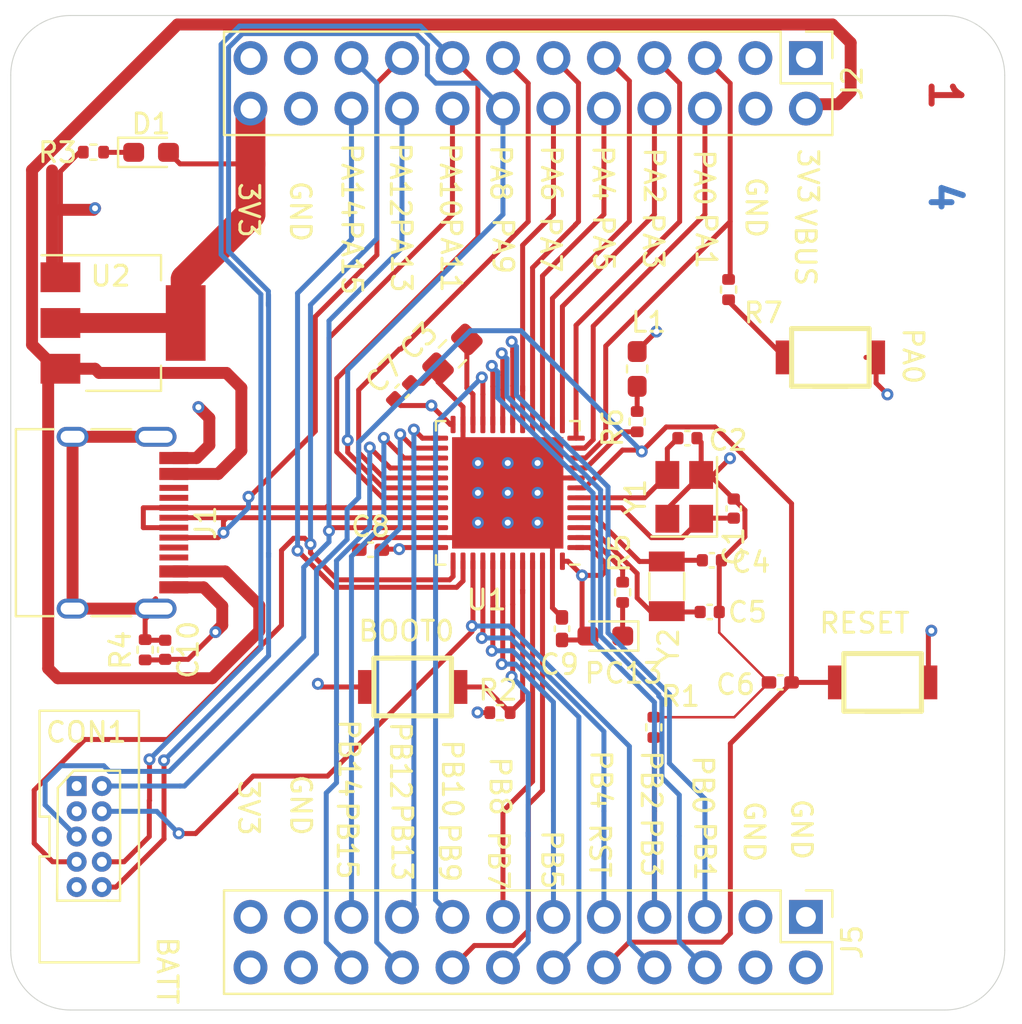
<source format=kicad_pcb>
(kicad_pcb (version 20171130) (host pcbnew "(5.1.10-1-10_14)")
  (layers (0 F.Cu signal) (1 GND signal) (2 3V3 signal) (31 B.Cu signal) (34 B.Paste user) (35 F.Paste user) (36 B.SilkS user) (37 F.SilkS user) (38 B.Mask user) (39 F.Mask user) (44 Edge.Cuts user))
  (net 0 "")
  (net 1 PH0)
  (net 2 GND)
  (net 3 PH1)
  (net 4 "Net-(C3-Pad2)")
  (net 5 PA9)
  (net 6 PA14)
  (net 7 PA10)
  (net 8 PA13)
  (net 9 +3V3)
  (net 10 PB3)
  (net 11 NRST)
  (net 12 PB9)
  (net 13 PB8)
  (net 14 BOOT0)
  (net 15 PB7)
  (net 16 PB6)
  (net 17 PB5)
  (net 18 PB4)
  (net 19 PA15)
  (net 20 PA12)
  (net 21 PA11)
  (net 22 PA8)
  (net 23 PB15)
  (net 24 PB14)
  (net 25 PB13)
  (net 26 PB12)
  (net 27 PB10)
  (net 28 PB2)
  (net 29 PB1)
  (net 30 PB0)
  (net 31 PA7)
  (net 32 PA6)
  (net 33 PA5)
  (net 34 PA4)
  (net 35 PA3)
  (net 36 PA2)
  (net 37 PA1)
  (net 38 PA0)
  (net 39 PC15)
  (net 40 PC14)
  (net 41 PC13)
  (net 42 +5V)
  (net 43 "Net-(D1-Pad1)")
  (net 44 "Net-(L1-Pad2)")
  (net 45 "Net-(R6-Pad1)")
  (net 46 "Net-(R7-Pad2)")
  (net 47 "Net-(D3-Pad1)")
  (net 48 "Net-(C10-Pad1)")
  (module Resistor_SMD:R_0402_1005Metric (layer F.Cu) (at 106.76 101.89 270)
    (fp_text reference R4 (at 0.02 1.24 90) (layer F.SilkS))
    (fp_text value 10k)
    (pad 2 smd roundrect (at 0.51 0 270) (size 0.54 0.64) (layers F.Cu F.Paste F.Mask) (net 2 GND))
    (pad 1 smd roundrect (at -0.51 0 270) (size 0.54 0.64) (layers F.Cu F.Paste F.Mask) (net 48 "Net-(C10-Pad1)"))
  )
  (module Capacitor_SMD:C_0402_1005Metric (layer F.Cu) (at 107.77 101.89 270)
    (fp_text reference C10 (at 0 -1.16 90) (layer F.SilkS))
    (fp_text value 15p)
    (pad 2 smd roundrect (at 0.48 0 270) (size 0.56 0.62) (layers F.Cu F.Paste F.Mask) (net 2 GND))
    (pad 1 smd roundrect (at -0.48 0 270) (size 0.56 0.62) (layers F.Cu F.Paste F.Mask) (net 48 "Net-(C10-Pad1)"))
  )
  (module LED_SMD:LED_0603_1608Metric_Pad1.05x0.95mm_HandSolder (layer F.Cu) (at 129.91 101.2 180)
    (fp_text reference D3 hide)
    (fp_text value LED)
    (pad 2 smd roundrect (at 0.875 0 180) (size 1.05 0.95) (layers F.Cu F.Paste F.Mask) (net 9 +3V3))
    (pad 1 smd roundrect (at -0.875 0 180) (size 1.05 0.95) (layers F.Cu F.Paste F.Mask) (net 47 "Net-(D3-Pad1)"))
  )
  (module LED_SMD:LED_0603_1608Metric_Pad1.05x0.95mm_HandSolder (layer F.Cu) (at 107.06 76.88)
    (fp_text reference D1 (at 0 -1.43) (layer F.SilkS))
    (fp_text value LED)
    (pad 2 smd roundrect (at 0.875 0) (size 1.05 0.95) (layers F.Cu F.Paste F.Mask) (net 9 +3V3))
    (pad 1 smd roundrect (at -0.875 0) (size 1.05 0.95) (layers F.Cu F.Paste F.Mask) (net 43 "Net-(D1-Pad1)"))
  )
  (module Capacitor_SMD:C_0402_1005Metric_Pad0.74x0.62mm_HandSolder (layer F.Cu) (at 127.73 100.83 90)
    (fp_text reference C9 (at -1.8 -0.13 180) (layer F.SilkS))
    (fp_text value 1u)
    (pad 2 smd roundrect (at 0.5675 0 90) (size 0.735 0.62) (layers F.Cu F.Paste F.Mask) (net 2 GND))
    (pad 1 smd roundrect (at -0.5675 0 90) (size 0.735 0.62) (layers F.Cu F.Paste F.Mask) (net 9 +3V3))
  )
  (module Capacitor_SMD:C_0402_1005Metric_Pad0.74x0.62mm_HandSolder (layer F.Cu) (at 118.1 96.86)
    (fp_text reference C8 (at 0 -1.16) (layer F.SilkS))
    (fp_text value 1u)
    (pad 2 smd roundrect (at 0.5675 0) (size 0.735 0.62) (layers F.Cu F.Paste F.Mask) (net 9 +3V3))
    (pad 1 smd roundrect (at -0.5675 0) (size 0.735 0.62) (layers F.Cu F.Paste F.Mask) (net 2 GND))
  )
  (module Capacitor_SMD:C_0402_1005Metric_Pad0.74x0.62mm_HandSolder (layer F.Cu) (at 119.69 88.89 225)
    (fp_text reference C7 (at 0.035355 1.223295 45) (layer F.SilkS))
    (fp_text value 1u)
    (pad 2 smd roundrect (at 0.5675 0 225) (size 0.735 0.62) (layers F.Cu F.Paste F.Mask) (net 9 +3V3))
    (pad 1 smd roundrect (at -0.5675 0 225) (size 0.735 0.62) (layers F.Cu F.Paste F.Mask) (net 2 GND))
  )
  (module Connector_PinHeader_2.54mm:PinHeader_2x12_P2.54mm_Vertical (layer F.Cu) (at 140 115.32 270)
    (fp_text reference J5 (at 1.27 -2.33 90) (layer F.SilkS))
    (fp_text value Conn_02x12_Odd_Even)
    (pad 24 thru_hole oval (at 2.54 27.94 270) (size 1.7 1.7) (drill 1) (layers *.Cu *.Mask) (net 9 +3V3))
    (pad 23 thru_hole oval (at 0 27.94 270) (size 1.7 1.7) (drill 1) (layers *.Cu *.Mask) (net 9 +3V3))
    (pad 22 thru_hole oval (at 2.54 25.4 270) (size 1.7 1.7) (drill 1) (layers *.Cu *.Mask) (net 2 GND))
    (pad 21 thru_hole oval (at 0 25.4 270) (size 1.7 1.7) (drill 1) (layers *.Cu *.Mask) (net 2 GND))
    (pad 20 thru_hole oval (at 2.54 22.86 270) (size 1.7 1.7) (drill 1) (layers *.Cu *.Mask) (net 23 PB15))
    (pad 19 thru_hole oval (at 0 22.86 270) (size 1.7 1.7) (drill 1) (layers *.Cu *.Mask) (net 24 PB14))
    (pad 18 thru_hole oval (at 2.54 20.32 270) (size 1.7 1.7) (drill 1) (layers *.Cu *.Mask) (net 25 PB13))
    (pad 17 thru_hole oval (at 0 20.32 270) (size 1.7 1.7) (drill 1) (layers *.Cu *.Mask) (net 26 PB12))
    (pad 16 thru_hole oval (at 2.54 17.78 270) (size 1.7 1.7) (drill 1) (layers *.Cu *.Mask) (net 12 PB9))
    (pad 15 thru_hole oval (at 0 17.78 270) (size 1.7 1.7) (drill 1) (layers *.Cu *.Mask) (net 27 PB10))
    (pad 14 thru_hole oval (at 2.54 15.24 270) (size 1.7 1.7) (drill 1) (layers *.Cu *.Mask) (net 15 PB7))
    (pad 13 thru_hole oval (at 0 15.24 270) (size 1.7 1.7) (drill 1) (layers *.Cu *.Mask) (net 13 PB8))
    (pad 12 thru_hole oval (at 2.54 12.7 270) (size 1.7 1.7) (drill 1) (layers *.Cu *.Mask) (net 17 PB5))
    (pad 11 thru_hole oval (at 0 12.7 270) (size 1.7 1.7) (drill 1) (layers *.Cu *.Mask) (net 16 PB6))
    (pad 10 thru_hole oval (at 2.54 10.16 270) (size 1.7 1.7) (drill 1) (layers *.Cu *.Mask) (net 11 NRST))
    (pad 9 thru_hole oval (at 0 10.16 270) (size 1.7 1.7) (drill 1) (layers *.Cu *.Mask) (net 18 PB4))
    (pad 8 thru_hole oval (at 2.54 7.62 270) (size 1.7 1.7) (drill 1) (layers *.Cu *.Mask) (net 10 PB3))
    (pad 7 thru_hole oval (at 0 7.62 270) (size 1.7 1.7) (drill 1) (layers *.Cu *.Mask) (net 28 PB2))
    (pad 6 thru_hole oval (at 2.54 5.08 270) (size 1.7 1.7) (drill 1) (layers *.Cu *.Mask) (net 29 PB1))
    (pad 5 thru_hole oval (at 0 5.08 270) (size 1.7 1.7) (drill 1) (layers *.Cu *.Mask) (net 30 PB0))
    (pad 4 thru_hole oval (at 2.54 2.54 270) (size 1.7 1.7) (drill 1) (layers *.Cu *.Mask) (net 2 GND))
    (pad 3 thru_hole oval (at 0 2.54 270) (size 1.7 1.7) (drill 1) (layers *.Cu *.Mask) (net 2 GND))
    (pad 2 thru_hole oval (at 2.54 0 270) (size 1.7 1.7) (drill 1) (layers *.Cu *.Mask) (net 2 GND))
    (pad 1 thru_hole rect (at 0 0 270) (size 1.7 1.7) (drill 1) (layers *.Cu *.Mask) (net 2 GND))
  )
  (module Connector_PinHeader_2.54mm:PinHeader_2x12_P2.54mm_Vertical (layer F.Cu) (at 140 72.14 270)
    (fp_text reference J2 (at 1.27 -2.33 90) (layer F.SilkS))
    (fp_text value Conn_02x12_Odd_Even)
    (pad 24 thru_hole oval (at 2.54 27.94 270) (size 1.7 1.7) (drill 1) (layers *.Cu *.Mask) (net 9 +3V3))
    (pad 23 thru_hole oval (at 0 27.94 270) (size 1.7 1.7) (drill 1) (layers *.Cu *.Mask) (net 9 +3V3))
    (pad 22 thru_hole oval (at 2.54 25.4 270) (size 1.7 1.7) (drill 1) (layers *.Cu *.Mask) (net 2 GND))
    (pad 21 thru_hole oval (at 0 25.4 270) (size 1.7 1.7) (drill 1) (layers *.Cu *.Mask) (net 2 GND))
    (pad 20 thru_hole oval (at 2.54 22.86 270) (size 1.7 1.7) (drill 1) (layers *.Cu *.Mask) (net 19 PA15))
    (pad 19 thru_hole oval (at 0 22.86 270) (size 1.7 1.7) (drill 1) (layers *.Cu *.Mask) (net 6 PA14))
    (pad 18 thru_hole oval (at 2.54 20.32 270) (size 1.7 1.7) (drill 1) (layers *.Cu *.Mask) (net 8 PA13))
    (pad 17 thru_hole oval (at 0 20.32 270) (size 1.7 1.7) (drill 1) (layers *.Cu *.Mask) (net 20 PA12))
    (pad 16 thru_hole oval (at 2.54 17.78 270) (size 1.7 1.7) (drill 1) (layers *.Cu *.Mask) (net 21 PA11))
    (pad 15 thru_hole oval (at 0 17.78 270) (size 1.7 1.7) (drill 1) (layers *.Cu *.Mask) (net 7 PA10))
    (pad 14 thru_hole oval (at 2.54 15.24 270) (size 1.7 1.7) (drill 1) (layers *.Cu *.Mask) (net 5 PA9))
    (pad 13 thru_hole oval (at 0 15.24 270) (size 1.7 1.7) (drill 1) (layers *.Cu *.Mask) (net 22 PA8))
    (pad 12 thru_hole oval (at 2.54 12.7 270) (size 1.7 1.7) (drill 1) (layers *.Cu *.Mask) (net 31 PA7))
    (pad 11 thru_hole oval (at 0 12.7 270) (size 1.7 1.7) (drill 1) (layers *.Cu *.Mask) (net 32 PA6))
    (pad 10 thru_hole oval (at 2.54 10.16 270) (size 1.7 1.7) (drill 1) (layers *.Cu *.Mask) (net 33 PA5))
    (pad 9 thru_hole oval (at 0 10.16 270) (size 1.7 1.7) (drill 1) (layers *.Cu *.Mask) (net 34 PA4))
    (pad 8 thru_hole oval (at 2.54 7.62 270) (size 1.7 1.7) (drill 1) (layers *.Cu *.Mask) (net 35 PA3))
    (pad 7 thru_hole oval (at 0 7.62 270) (size 1.7 1.7) (drill 1) (layers *.Cu *.Mask) (net 36 PA2))
    (pad 6 thru_hole oval (at 2.54 5.08 270) (size 1.7 1.7) (drill 1) (layers *.Cu *.Mask) (net 37 PA1))
    (pad 5 thru_hole oval (at 0 5.08 270) (size 1.7 1.7) (drill 1) (layers *.Cu *.Mask) (net 38 PA0))
    (pad 4 thru_hole oval (at 2.54 2.54 270) (size 1.7 1.7) (drill 1) (layers *.Cu *.Mask) (net 2 GND))
    (pad 3 thru_hole oval (at 0 2.54 270) (size 1.7 1.7) (drill 1) (layers *.Cu *.Mask) (net 2 GND))
    (pad 2 thru_hole oval (at 2.54 0 270) (size 1.7 1.7) (drill 1) (layers *.Cu *.Mask) (net 42 +5V))
    (pad 1 thru_hole rect (at 0 0 270) (size 1.7 1.7) (drill 1) (layers *.Cu *.Mask) (net 9 +3V3))
  )
  (module Capacitor_SMD:C_0402_1005Metric_Pad0.74x0.62mm_HandSolder (layer F.Cu) (at 138.71 103.53)
    (fp_text reference C6 (at -2.25 0.11) (layer F.SilkS))
    (fp_text value 1u)
    (pad 2 smd roundrect (at 0.5675 0) (size 0.735 0.62) (layers F.Cu F.Paste F.Mask) (net 11 NRST))
    (pad 1 smd roundrect (at -0.5675 0) (size 0.735 0.62) (layers F.Cu F.Paste F.Mask) (net 2 GND))
  )
  (module Crystal:Crystal_SMD_3225-4Pin_3.2x2.5mm (layer F.Cu) (at 133.88 94.2 90)
    (fp_text reference Y1 (at 0 -2.45 90) (layer F.SilkS))
    (fp_text value 12MHz)
    (pad 4 smd rect (at -1.1 -0.85 90) (size 1.4 1.2) (layers F.Cu F.Paste F.Mask) (net 2 GND))
    (pad 3 smd rect (at 1.1 -0.85 90) (size 1.4 1.2) (layers F.Cu F.Paste F.Mask) (net 3 PH1))
    (pad 2 smd rect (at 1.1 0.85 90) (size 1.4 1.2) (layers F.Cu F.Paste F.Mask) (net 2 GND))
    (pad 1 smd rect (at -1.1 0.85 90) (size 1.4 1.2) (layers F.Cu F.Paste F.Mask) (net 1 PH0))
  )
  (module mybays_connector:USB_C (layer F.Cu) (at 104.16 95.5 270)
    (fp_text reference J1 (at 0 -5.645 90) (layer F.SilkS))
    (fp_text value USB_C)
    (pad B1 smd rect (at 3.25 -4.045 270) (size 0.6 1.45) (layers F.Cu F.Paste F.Mask) (net 2 GND))
    (pad A9 smd rect (at 2.45 -4.045 270) (size 0.6 1.45) (layers F.Cu F.Paste F.Mask) (net 42 +5V))
    (pad B9 smd rect (at -2.45 -4.045 270) (size 0.6 1.45) (layers F.Cu F.Paste F.Mask) (net 42 +5V))
    (pad B12 smd rect (at -3.25 -4.045 270) (size 0.6 1.45) (layers F.Cu F.Paste F.Mask) (net 2 GND))
    (pad A1 smd rect (at -3.25 -4.045 270) (size 0.6 1.45) (layers F.Cu F.Paste F.Mask) (net 2 GND))
    (pad A4 smd rect (at -2.45 -4.045 270) (size 0.6 1.45) (layers F.Cu F.Paste F.Mask) (net 42 +5V))
    (pad B4 smd rect (at 2.45 -4.045 270) (size 0.6 1.45) (layers F.Cu F.Paste F.Mask) (net 42 +5V))
    (pad A12 smd rect (at 3.25 -4.045 270) (size 0.6 1.45) (layers F.Cu F.Paste F.Mask) (net 2 GND))
    (pad B8 smd rect (at -1.75 -4.045 270) (size 0.3 1.45) (layers F.Cu F.Paste F.Mask))
    (pad A5 smd rect (at -1.25 -4.045 270) (size 0.3 1.45) (layers F.Cu F.Paste F.Mask))
    (pad B7 smd rect (at -0.75 -4.045 270) (size 0.3 1.45) (layers F.Cu F.Paste F.Mask) (net 21 PA11))
    (pad A7 smd rect (at 0.25 -4.045 270) (size 0.3 1.45) (layers F.Cu F.Paste F.Mask) (net 21 PA11))
    (pad B6 smd rect (at 0.75 -4.045 270) (size 0.3 1.45) (layers F.Cu F.Paste F.Mask) (net 20 PA12))
    (pad A8 smd rect (at 1.25 -4.045 270) (size 0.3 1.45) (layers F.Cu F.Paste F.Mask))
    (pad B5 smd rect (at 1.75 -4.045 270) (size 0.3 1.45) (layers F.Cu F.Paste F.Mask))
    (pad A6 smd rect (at -0.25 -4.045 270) (size 0.3 1.45) (layers F.Cu F.Paste F.Mask) (net 20 PA12))
    (pad S1 thru_hole oval (at 4.32 -3.13 270) (size 1 2.1) (drill oval 0.6 1.7) (layers *.Cu *.Mask) (net 48 "Net-(C10-Pad1)"))
    (pad S1 thru_hole oval (at -4.32 -3.13 270) (size 1 2.1) (drill oval 0.6 1.7) (layers *.Cu *.Mask) (net 48 "Net-(C10-Pad1)"))
    (pad "" np_thru_hole circle (at -2.89 -2.6 270) (size 0.65 0.65) (drill 0.65) (layers *.Cu *.Mask))
    (pad S1 thru_hole oval (at -4.32 1.05 270) (size 1 1.6) (drill oval 0.6 1.2) (layers *.Cu *.Mask) (net 48 "Net-(C10-Pad1)"))
    (pad "" np_thru_hole circle (at 2.89 -2.6 270) (size 0.65 0.65) (drill 0.65) (layers *.Cu *.Mask))
    (pad S1 thru_hole oval (at 4.32 1.05 270) (size 1 1.6) (drill oval 0.6 1.2) (layers *.Cu *.Mask) (net 48 "Net-(C10-Pad1)"))
  )
  (module Package_TO_SOT_SMD:SOT-223-3_TabPin2 (layer F.Cu) (at 105.65 85.46)
    (fp_text reference U2 (at -0.63 -2.36) (layer F.SilkS))
    (fp_text value LM1117-3.3)
    (pad 1 smd rect (at -3.15 -2.3) (size 2 1.5) (layers F.Cu F.Paste F.Mask) (net 2 GND))
    (pad 3 smd rect (at -3.15 2.3) (size 2 1.5) (layers F.Cu F.Paste F.Mask) (net 42 +5V))
    (pad 2 smd rect (at -3.15 0) (size 2 1.5) (layers F.Cu F.Paste F.Mask) (net 9 +3V3))
    (pad 2 smd rect (at 3.15 0) (size 2 3.8) (layers F.Cu F.Paste F.Mask) (net 9 +3V3))
  )
  (module mybays_connector:turtlekey (layer F.Cu) (at 120.22 103.76 180)
    (fp_text reference SW3 hide)
    (fp_text value SW_Push)
    (pad 1 smd rect (at -2.29997 0 180) (size 0.899998 1.699997) (layers F.Cu F.Paste F.Mask) (net 14 BOOT0))
    (pad 2 smd rect (at 2.29997 0 180) (size 0.899998 1.699997) (layers F.Cu F.Paste F.Mask) (net 9 +3V3))
  )
  (module mybays_connector:turtlekey (layer F.Cu) (at 141.23 87.19)
    (fp_text reference SW2 hide)
    (fp_text value SW_Push)
    (pad 1 smd rect (at -2.29997 0) (size 0.899998 1.699997) (layers F.Cu F.Paste F.Mask) (net 46 "Net-(R7-Pad2)"))
    (pad 2 smd rect (at 2.29997 0) (size 0.899998 1.699997) (layers F.Cu F.Paste F.Mask) (net 2 GND))
  )
  (module Resistor_SMD:R_0402_1005Metric (layer F.Cu) (at 136.11 83.78 270)
    (fp_text reference R7 (at 1.17 -1.75 180) (layer F.SilkS))
    (fp_text value 10k)
    (pad 2 smd roundrect (at 0.51 0 270) (size 0.54 0.64) (layers F.Cu F.Paste F.Mask) (net 46 "Net-(R7-Pad2)"))
    (pad 1 smd roundrect (at -0.51 0 270) (size 0.54 0.64) (layers F.Cu F.Paste F.Mask) (net 38 PA0))
  )
  (module Resistor_SMD:R_0402_1005Metric (layer F.Cu) (at 131.51 90.42 90)
    (fp_text reference R6 (at -0.3 -1.23 90) (layer F.SilkS))
    (fp_text value 0)
    (pad 2 smd roundrect (at 0.51 0 90) (size 0.54 0.64) (layers F.Cu F.Paste F.Mask) (net 44 "Net-(L1-Pad2)"))
    (pad 1 smd roundrect (at -0.51 0 90) (size 0.54 0.64) (layers F.Cu F.Paste F.Mask) (net 45 "Net-(R6-Pad1)"))
  )
  (module Resistor_SMD:R_0402_1005Metric (layer F.Cu) (at 130.78 99 90)
    (fp_text reference R5 (at 1.97 -0.16 90) (layer F.SilkS))
    (fp_text value 10k)
    (pad 2 smd roundrect (at 0.51 0 90) (size 0.54 0.64) (layers F.Cu F.Paste F.Mask) (net 41 PC13))
    (pad 1 smd roundrect (at -0.51 0 90) (size 0.54 0.64) (layers F.Cu F.Paste F.Mask) (net 47 "Net-(D3-Pad1)"))
  )
  (module Resistor_SMD:R_0402_1005Metric (layer F.Cu) (at 104.16 76.87 180)
    (fp_text reference R3 (at 1.8 -0.02) (layer F.SilkS))
    (fp_text value 10k)
    (pad 2 smd roundrect (at 0.51 0 180) (size 0.54 0.64) (layers F.Cu F.Paste F.Mask) (net 2 GND))
    (pad 1 smd roundrect (at -0.51 0 180) (size 0.54 0.64) (layers F.Cu F.Paste F.Mask) (net 43 "Net-(D1-Pad1)"))
  )
  (module Resistor_SMD:R_0402_1005Metric (layer F.Cu) (at 124.61 105.05)
    (fp_text reference R2 (at -0.1 -1.13) (layer F.SilkS))
    (fp_text value 10k)
    (pad 2 smd roundrect (at 0.51 0) (size 0.54 0.64) (layers F.Cu F.Paste F.Mask) (net 14 BOOT0))
    (pad 1 smd roundrect (at -0.51 0) (size 0.54 0.64) (layers F.Cu F.Paste F.Mask) (net 2 GND))
  )
  (module Resistor_SMD:R_0402_1005Metric (layer F.Cu) (at 132.35 105.79 90)
    (fp_text reference R1 (at 1.56 1.34 180) (layer F.SilkS))
    (fp_text value 10k)
    (pad 2 smd roundrect (at 0.51 0 90) (size 0.54 0.64) (layers F.Cu F.Paste F.Mask) (net 2 GND))
    (pad 1 smd roundrect (at -0.51 0 90) (size 0.54 0.64) (layers F.Cu F.Paste F.Mask) (net 28 PB2))
  )
  (module Capacitor_SMD:C_0402_1005Metric (layer F.Cu) (at 135.16 99.99 180)
    (fp_text reference C5 (at -1.9 -0.01) (layer F.SilkS))
    (fp_text value 15p)
    (pad 2 smd roundrect (at 0.48 0 180) (size 0.56 0.62) (layers F.Cu F.Paste F.Mask) (net 40 PC14))
    (pad 1 smd roundrect (at -0.48 0 180) (size 0.56 0.62) (layers F.Cu F.Paste F.Mask) (net 2 GND))
  )
  (module Capacitor_SMD:C_0402_1005Metric (layer F.Cu) (at 135.27 97.39 180)
    (fp_text reference C4 (at -1.96 -0.11) (layer F.SilkS))
    (fp_text value 15p)
    (pad 2 smd roundrect (at 0.48 0 180) (size 0.56 0.62) (layers F.Cu F.Paste F.Mask) (net 39 PC15))
    (pad 1 smd roundrect (at -0.48 0 180) (size 0.56 0.62) (layers F.Cu F.Paste F.Mask) (net 2 GND))
  )
  (module Capacitor_SMD:C_0402_1005Metric (layer F.Cu) (at 134.04 91.25 180)
    (fp_text reference C2 (at -2.04 -0.11) (layer F.SilkS))
    (fp_text value 15p)
    (pad 2 smd roundrect (at 0.48 0 180) (size 0.56 0.62) (layers F.Cu F.Paste F.Mask) (net 3 PH1))
    (pad 1 smd roundrect (at -0.48 0 180) (size 0.56 0.62) (layers F.Cu F.Paste F.Mask) (net 2 GND))
  )
  (module Capacitor_SMD:C_0402_1005Metric (layer F.Cu) (at 136.37 94.79 270)
    (fp_text reference C1 (at 1.9 0 90) (layer F.SilkS))
    (fp_text value 15p)
    (pad 2 smd roundrect (at 0.48 0 270) (size 0.56 0.62) (layers F.Cu F.Paste F.Mask) (net 1 PH0))
    (pad 1 smd roundrect (at -0.48 0 270) (size 0.56 0.62) (layers F.Cu F.Paste F.Mask) (net 2 GND))
  )
  (module Inductor_SMD:L_0603_1608Metric_Pad1.05x0.95mm_HandSolder (layer F.Cu) (at 131.51 87.77 270)
    (fp_text reference L1 (at -2.35 -0.58 180) (layer F.SilkS))
    (fp_text value 0)
    (pad 2 smd roundrect (at 0.875 0 270) (size 1.05 0.95) (layers F.Cu F.Paste F.Mask) (net 44 "Net-(L1-Pad2)"))
    (pad 1 smd roundrect (at -0.875 0 270) (size 1.05 0.95) (layers F.Cu F.Paste F.Mask) (net 9 +3V3))
  )
  (module mybays_connector:turtlekey (layer F.Cu) (at 143.86 103.53)
    (fp_text reference SW1 hide)
    (fp_text value SW_Push)
    (pad 1 smd rect (at -2.29997 0) (size 0.899998 1.699997) (layers F.Cu F.Paste F.Mask) (net 11 NRST))
    (pad 2 smd rect (at 2.29997 0) (size 0.899998 1.699997) (layers F.Cu F.Paste F.Mask) (net 2 GND))
  )
  (module Crystal:Crystal_SMD_3215-2Pin_3.2x1.5mm (layer F.Cu) (at 133 98.7 90)
    (fp_text reference Y2 (at -3.01 0.09 90) (layer F.SilkS))
    (fp_text value 32.768K)
    (pad 2 smd rect (at -1.25 0 90) (size 1 1.8) (layers F.Cu F.Paste F.Mask) (net 40 PC14))
    (pad 1 smd rect (at 1.25 0 90) (size 1 1.8) (layers F.Cu F.Paste F.Mask) (net 39 PC15))
  )
  (module mybays_connector:debugger_2x05_P1.27mm_Vertical (layer F.Cu) (at 103.95 111.28)
    (fp_text reference CON1 (at -0.15 -5.24) (layer F.SilkS))
    (fp_text value CORTEX-DEBUGGER)
    (pad 9 thru_hole oval (at -0.635 2.54) (size 1 1) (drill 0.5) (layers *.Cu *.Mask) (net 2 GND))
    (pad 10 thru_hole oval (at 0.635 2.54) (size 1 1) (drill 0.5) (layers *.Cu *.Mask) (net 5 PA9))
    (pad 7 thru_hole oval (at -0.635 1.27) (size 1 1) (drill 0.5) (layers *.Cu *.Mask) (net 6 PA14))
    (pad 8 thru_hole oval (at 0.635 1.27) (size 1 1) (drill 0.5) (layers *.Cu *.Mask) (net 7 PA10))
    (pad 5 thru_hole oval (at -0.635 0) (size 1 1) (drill 0.5) (layers *.Cu *.Mask) (net 8 PA13))
    (pad 6 thru_hole oval (at 0.635 0) (size 1 1) (drill 0.5) (layers *.Cu *.Mask) (net 2 GND))
    (pad 3 thru_hole oval (at -0.635 -1.27) (size 1 1) (drill 0.5) (layers *.Cu *.Mask) (net 9 +3V3))
    (pad 4 thru_hole oval (at 0.635 -1.27) (size 1 1) (drill 0.5) (layers *.Cu *.Mask) (net 10 PB3))
    (pad 2 thru_hole oval (at 0.635 -2.54) (size 1 1) (drill 0.5) (layers *.Cu *.Mask) (net 11 NRST))
    (pad 1 thru_hole rect (at -0.635 -2.54) (size 1 1) (drill 0.5) (layers *.Cu *.Mask))
  )
  (module Package_DFN_QFN:QFN-48-1EP_7x7mm_P0.5mm_EP5.6x5.6mm (layer F.Cu) (at 125 94 180)
    (fp_text reference U1 (at 1.06 -5.38) (layer F.SilkS))
    (fp_text value STM32F401CCUx)
    (pad 49 smd rect (at 0 0 180) (size 5.6 5.6) (layers F.Cu F.Mask) (net 2 GND))
    (pad 48 smd roundrect (at -2.75 -3.4375 180) (size 0.25 0.875) (layers F.Cu F.Paste F.Mask) (net 9 +3V3))
    (pad 47 smd roundrect (at -2.25 -3.4375 180) (size 0.25 0.875) (layers F.Cu F.Paste F.Mask) (net 2 GND))
    (pad 46 smd roundrect (at -1.75 -3.4375 180) (size 0.25 0.875) (layers F.Cu F.Paste F.Mask) (net 12 PB9))
    (pad 45 smd roundrect (at -1.25 -3.4375 180) (size 0.25 0.875) (layers F.Cu F.Paste F.Mask) (net 13 PB8))
    (pad 44 smd roundrect (at -0.75 -3.4375 180) (size 0.25 0.875) (layers F.Cu F.Paste F.Mask) (net 14 BOOT0))
    (pad 43 smd roundrect (at -0.25 -3.4375 180) (size 0.25 0.875) (layers F.Cu F.Paste F.Mask) (net 15 PB7))
    (pad 42 smd roundrect (at 0.25 -3.4375 180) (size 0.25 0.875) (layers F.Cu F.Paste F.Mask) (net 16 PB6))
    (pad 41 smd roundrect (at 0.75 -3.4375 180) (size 0.25 0.875) (layers F.Cu F.Paste F.Mask) (net 17 PB5))
    (pad 40 smd roundrect (at 1.25 -3.4375 180) (size 0.25 0.875) (layers F.Cu F.Paste F.Mask) (net 18 PB4))
    (pad 39 smd roundrect (at 1.75 -3.4375 180) (size 0.25 0.875) (layers F.Cu F.Paste F.Mask) (net 10 PB3))
    (pad 38 smd roundrect (at 2.25 -3.4375 180) (size 0.25 0.875) (layers F.Cu F.Paste F.Mask) (net 19 PA15))
    (pad 37 smd roundrect (at 2.75 -3.4375 180) (size 0.25 0.875) (layers F.Cu F.Paste F.Mask) (net 6 PA14))
    (pad 36 smd roundrect (at 3.4375 -2.75 180) (size 0.875 0.25) (layers F.Cu F.Paste F.Mask) (net 9 +3V3))
    (pad 35 smd roundrect (at 3.4375 -2.25 180) (size 0.875 0.25) (layers F.Cu F.Paste F.Mask) (net 2 GND))
    (pad 34 smd roundrect (at 3.4375 -1.75 180) (size 0.875 0.25) (layers F.Cu F.Paste F.Mask) (net 8 PA13))
    (pad 33 smd roundrect (at 3.4375 -1.25 180) (size 0.875 0.25) (layers F.Cu F.Paste F.Mask) (net 20 PA12))
    (pad 32 smd roundrect (at 3.4375 -0.75 180) (size 0.875 0.25) (layers F.Cu F.Paste F.Mask) (net 21 PA11))
    (pad 31 smd roundrect (at 3.4375 -0.25 180) (size 0.875 0.25) (layers F.Cu F.Paste F.Mask) (net 7 PA10))
    (pad 30 smd roundrect (at 3.4375 0.25 180) (size 0.875 0.25) (layers F.Cu F.Paste F.Mask) (net 5 PA9))
    (pad 29 smd roundrect (at 3.4375 0.75 180) (size 0.875 0.25) (layers F.Cu F.Paste F.Mask) (net 22 PA8))
    (pad 28 smd roundrect (at 3.4375 1.25 180) (size 0.875 0.25) (layers F.Cu F.Paste F.Mask) (net 23 PB15))
    (pad 27 smd roundrect (at 3.4375 1.75 180) (size 0.875 0.25) (layers F.Cu F.Paste F.Mask) (net 24 PB14))
    (pad 26 smd roundrect (at 3.4375 2.25 180) (size 0.875 0.25) (layers F.Cu F.Paste F.Mask) (net 25 PB13))
    (pad 25 smd roundrect (at 3.4375 2.75 180) (size 0.875 0.25) (layers F.Cu F.Paste F.Mask) (net 26 PB12))
    (pad 24 smd roundrect (at 2.75 3.4375 180) (size 0.25 0.875) (layers F.Cu F.Paste F.Mask) (net 9 +3V3))
    (pad 23 smd roundrect (at 2.25 3.4375 180) (size 0.25 0.875) (layers F.Cu F.Paste F.Mask) (net 2 GND))
    (pad 22 smd roundrect (at 1.75 3.4375 180) (size 0.25 0.875) (layers F.Cu F.Paste F.Mask) (net 4 "Net-(C3-Pad2)"))
    (pad 21 smd roundrect (at 1.25 3.4375 180) (size 0.25 0.875) (layers F.Cu F.Paste F.Mask) (net 27 PB10))
    (pad 20 smd roundrect (at 0.75 3.4375 180) (size 0.25 0.875) (layers F.Cu F.Paste F.Mask) (net 28 PB2))
    (pad 19 smd roundrect (at 0.25 3.4375 180) (size 0.25 0.875) (layers F.Cu F.Paste F.Mask) (net 29 PB1))
    (pad 18 smd roundrect (at -0.25 3.4375 180) (size 0.25 0.875) (layers F.Cu F.Paste F.Mask) (net 30 PB0))
    (pad 17 smd roundrect (at -0.75 3.4375 180) (size 0.25 0.875) (layers F.Cu F.Paste F.Mask) (net 31 PA7))
    (pad 16 smd roundrect (at -1.25 3.4375 180) (size 0.25 0.875) (layers F.Cu F.Paste F.Mask) (net 32 PA6))
    (pad 15 smd roundrect (at -1.75 3.4375 180) (size 0.25 0.875) (layers F.Cu F.Paste F.Mask) (net 33 PA5))
    (pad 14 smd roundrect (at -2.25 3.4375 180) (size 0.25 0.875) (layers F.Cu F.Paste F.Mask) (net 34 PA4))
    (pad 13 smd roundrect (at -2.75 3.4375 180) (size 0.25 0.875) (layers F.Cu F.Paste F.Mask) (net 35 PA3))
    (pad 12 smd roundrect (at -3.4375 2.75 180) (size 0.875 0.25) (layers F.Cu F.Paste F.Mask) (net 36 PA2))
    (pad 11 smd roundrect (at -3.4375 2.25 180) (size 0.875 0.25) (layers F.Cu F.Paste F.Mask) (net 37 PA1))
    (pad 10 smd roundrect (at -3.4375 1.75 180) (size 0.875 0.25) (layers F.Cu F.Paste F.Mask) (net 38 PA0))
    (pad 9 smd roundrect (at -3.4375 1.25 180) (size 0.875 0.25) (layers F.Cu F.Paste F.Mask) (net 45 "Net-(R6-Pad1)"))
    (pad 8 smd roundrect (at -3.4375 0.75 180) (size 0.875 0.25) (layers F.Cu F.Paste F.Mask) (net 2 GND))
    (pad 7 smd roundrect (at -3.4375 0.25 180) (size 0.875 0.25) (layers F.Cu F.Paste F.Mask) (net 11 NRST))
    (pad 6 smd roundrect (at -3.4375 -0.25 180) (size 0.875 0.25) (layers F.Cu F.Paste F.Mask) (net 3 PH1))
    (pad 5 smd roundrect (at -3.4375 -0.75 180) (size 0.875 0.25) (layers F.Cu F.Paste F.Mask) (net 1 PH0))
    (pad 4 smd roundrect (at -3.4375 -1.25 180) (size 0.875 0.25) (layers F.Cu F.Paste F.Mask) (net 39 PC15))
    (pad 3 smd roundrect (at -3.4375 -1.75 180) (size 0.875 0.25) (layers F.Cu F.Paste F.Mask) (net 40 PC14))
    (pad 2 smd roundrect (at -3.4375 -2.25 180) (size 0.875 0.25) (layers F.Cu F.Paste F.Mask) (net 41 PC13))
    (pad 1 smd roundrect (at -3.4375 -2.75 180) (size 0.875 0.25) (layers F.Cu F.Paste F.Mask) (net 9 +3V3))
  )
  (module Capacitor_SMD:C_0805_2012Metric_Pad1.15x1.40mm_HandSolder (layer F.Cu) (at 122.22 87.01 45)
    (fp_text reference C3 (at -0.749533 -1.640488 45) (layer F.SilkS))
    (fp_text value 2.2u)
    (pad 2 smd roundrect (at 1.025 0 45) (size 1.15 1.4) (layers F.Cu F.Paste F.Mask) (roundrect_rratio 0.2173904347826087) (net 4 "Net-(C3-Pad2)"))
    (pad 1 smd roundrect (at -1.025 0 45) (size 1.15 1.4) (layers F.Cu F.Paste F.Mask) (roundrect_rratio 0.2173904347826087) (net 2 GND))
  )
  (gr_text PB12 (at 119.61 107.47 -90) (layer F.SilkS) (effects (font (size 1 1))))
  (gr_text RST (at 129.63 111.98 -90) (layer F.SilkS) (effects (font (size 1 1))))
  (gr_text PB2 (at 132.22 108.44 -90) (layer F.SilkS) (effects (font (size 1 1))))
  (gr_text VBUS (at 139.97 81.66 -90) (layer F.SilkS) (effects (font (size 1 1))))
  (gr_text PA2 (at 132.37 78.05 -90) (layer F.SilkS) (effects (font (size 1 1))))
  (gr_text PA0 (at 134.88 78.15 -90) (layer F.SilkS) (effects (font (size 1 1))))
  (gr_text PB8 (at 124.62 108.75 270) (layer F.SilkS) (effects (font (size 1 1))))
  (gr_text BATT (at 107.87 118.02 270) (layer F.SilkS) (effects (font (size 1 1))))
  (gr_text PC13 (at 130.83 103.07) (layer F.SilkS) (effects (font (size 1 1))))
  (gr_text 4 (at 147 79.1 -90) (layer B.Cu) (effects (font (size 1.5 1.5) (thickness 0.3))))
  (gr_text 1 (at 147 74 -90) (layer F.Cu) (effects (font (size 1.5 1.5) (thickness 0.3))))
  (gr_text PB13 (at 119.68 111.56 270) (layer F.SilkS) (effects (font (size 1 1))))
  (gr_text PB7 (at 124.54 112.48 270) (layer F.SilkS) (effects (font (size 1 1))))
  (gr_text PB3 (at 132.22 111.84 270) (layer F.SilkS) (effects (font (size 1 1))))
  (gr_text PA15 (at 117.16 82.16 270) (layer F.SilkS) (effects (font (size 1 1))))
  (gr_text PA13 (at 119.65 82.04 270) (layer F.SilkS) (effects (font (size 1 1))))
  (gr_text PA11 (at 122.15 82.04 270) (layer F.SilkS) (effects (font (size 1 1))))
  (gr_text PA9 (at 124.76 81.58 270) (layer F.SilkS) (effects (font (size 1 1))))
  (gr_text PA7 (at 127.16 81.52 270) (layer F.SilkS) (effects (font (size 1 1))))
  (gr_text PA5 (at 129.82 81.45 270) (layer F.SilkS) (effects (font (size 1 1))))
  (gr_text PA3 (at 132.32 81.34 270) (layer F.SilkS) (effects (font (size 1 1))))
  (gr_text PA1 (at 134.98 81.33 270) (layer F.SilkS) (effects (font (size 1 1))))
  (gr_text PA6 (at 127.2 77.94 270) (layer F.SilkS) (effects (font (size 1 1))))
  (gr_text PA10 (at 122.11 78.3 270) (layer F.SilkS) (effects (font (size 1 1))))
  (gr_text PA14 (at 117.16 78.31 270) (layer F.SilkS) (effects (font (size 1 1))))
  (gr_text PA12 (at 119.6 78.28 270) (layer F.SilkS) (effects (font (size 1 1))))
  (gr_text PA8 (at 124.65 77.92 270) (layer F.SilkS) (effects (font (size 1 1))))
  (gr_text PA4 (at 129.79 77.94 270) (layer F.SilkS) (effects (font (size 1 1))))
  (gr_text RESET (at 142.95 100.55) (layer F.SilkS) (effects (font (size 1 1))))
  (gr_text PA0 (at 145.39 87.12 270) (layer F.SilkS) (effects (font (size 1 1))))
  (gr_text BOOT0 (at 119.9 100.95) (layer F.SilkS) (effects (font (size 1 1))))
  (gr_text PB4 (at 129.69 108.42 270) (layer F.SilkS) (effects (font (size 1 1))))
  (gr_text PB10 (at 122.22 108.37 270) (layer F.SilkS) (effects (font (size 1 1))))
  (gr_text PB5 (at 127.22 112.44 270) (layer F.SilkS) (effects (font (size 1 1))))
  (gr_text PB9 (at 122.07 112.08 270) (layer F.SilkS) (effects (font (size 1 1))))
  (gr_text PB15 (at 116.93 111.47 270) (layer F.SilkS) (effects (font (size 1 1))))
  (gr_text PB14 (at 117.02 107.35 270) (layer F.SilkS) (effects (font (size 1 1))))
  (gr_text PB1 (at 134.91 112.02 270) (layer F.SilkS) (effects (font (size 1 1))))
  (gr_text PB0 (at 134.82 108.69 270) (layer F.SilkS) (effects (font (size 1 1))))
  (gr_text GND (at 114.59 109.7 270) (layer F.SilkS) (effects (font (size 1 1))))
  (gr_text GND (at 137.4 111.03 270) (layer F.SilkS) (effects (font (size 1 1))))
  (gr_text 3V3 (at 111.97 109.84 270) (layer F.SilkS) (effects (font (size 1 1))))
  (gr_text GND (at 139.78 110.92 -90) (layer F.SilkS) (effects (font (size 1 1))))
  (gr_text 3V3 (at 111.98 79.78 270) (layer F.SilkS) (effects (font (size 1 1))))
  (gr_text GND (at 114.57 79.85 270) (layer F.SilkS) (effects (font (size 1 1))))
  (gr_text 3V3 (at 140.1 78.08 270) (layer F.SilkS) (effects (font (size 1 1))))
  (gr_text GND (at 137.49 79.65 270) (layer F.SilkS) (effects (font (size 1 1))))
  (gr_arc (start 103 117) (end 100 117) (angle -90) (layer Edge.Cuts) (width 0.05))
  (gr_arc (start 103 73) (end 103 70) (angle -90) (layer Edge.Cuts) (width 0.05))
  (gr_arc (start 147 73) (end 150 73) (angle -90) (layer Edge.Cuts) (width 0.05))
  (gr_arc (start 147 117) (end 147 120) (angle -90) (layer Edge.Cuts) (width 0.05))
  (gr_line (start 100 117) (end 100 73) (layer Edge.Cuts) (width 0.05))
  (gr_line (start 147 120) (end 103 120) (layer Edge.Cuts) (width 0.05))
  (gr_line (start 150 73) (end 150 117) (layer Edge.Cuts) (width 0.05))
  (gr_line (start 103 70) (end 147 70) (layer Edge.Cuts) (width 0.05))
  (segment (start 132.228399 96.252001) (end 133.777999 96.252001) (width 0.25) (layer F.Cu) (net 1))
  (segment (start 133.777999 96.252001) (end 134.73 95.3) (width 0.25) (layer F.Cu) (net 1))
  (segment (start 130.726398 94.75) (end 132.228399 96.252001) (width 0.25) (layer F.Cu) (net 1))
  (segment (start 128.4375 94.75) (end 130.726398 94.75) (width 0.25) (layer F.Cu) (net 1))
  (segment (start 134.76 95.27) (end 134.73 95.3) (width 0.25) (layer F.Cu) (net 1))
  (segment (start 136.37 95.27) (end 134.76 95.27) (width 0.25) (layer F.Cu) (net 1))
  (segment (start 122.75 91.75) (end 125 94) (width 0.25) (layer F.Cu) (net 2))
  (segment (start 122.75 90.5625) (end 122.75 91.75) (width 0.25) (layer F.Cu) (net 2))
  (segment (start 121.5625 96.25) (end 122.75 96.25) (width 0.25) (layer F.Cu) (net 2))
  (segment (start 127.25 97.4375) (end 127.25 96.25) (width 0.25) (layer F.Cu) (net 2))
  (segment (start 125.75 93.25) (end 125 94) (width 0.25) (layer F.Cu) (net 2))
  (segment (start 128.4375 93.25) (end 125.75 93.25) (width 0.25) (layer F.Cu) (net 2))
  (via (at 123.48 105.04) (size 0.6) (drill 0.3) (layers F.Cu B.Cu) (net 2))
  (segment (start 123.49 105.05) (end 123.48 105.04) (width 0.25) (layer F.Cu) (net 2))
  (segment (start 124.1 105.05) (end 123.49 105.05) (width 0.25) (layer F.Cu) (net 2))
  (segment (start 143.52997 87.19) (end 143.02 87.19) (width 0.25) (layer F.Cu) (net 2))
  (via (at 125 94) (size 0.6) (drill 0.3) (layers F.Cu B.Cu) (net 2))
  (via (at 126.5 94) (size 0.6) (drill 0.3) (layers F.Cu B.Cu) (net 2))
  (segment (start 126.48 94) (end 126.5 93.98) (width 0.25) (layer F.Cu) (net 2))
  (segment (start 125 94) (end 126.48 94) (width 0.25) (layer F.Cu) (net 2))
  (via (at 123.5 94) (size 0.6) (drill 0.3) (layers F.Cu B.Cu) (net 2))
  (segment (start 123.63 94) (end 123.62 94.01) (width 0.25) (layer F.Cu) (net 2))
  (segment (start 125 94) (end 123.63 94) (width 0.25) (layer F.Cu) (net 2))
  (via (at 123.5 92.5) (size 0.6) (drill 0.3) (layers F.Cu B.Cu) (net 2))
  (segment (start 124.76 94) (end 123.58 92.82) (width 0.25) (layer F.Cu) (net 2))
  (segment (start 125 94) (end 124.76 94) (width 0.25) (layer F.Cu) (net 2))
  (via (at 125 92.5) (size 0.6) (drill 0.3) (layers F.Cu B.Cu) (net 2))
  (segment (start 125 92.85) (end 124.97 92.82) (width 0.25) (layer F.Cu) (net 2))
  (segment (start 125 94) (end 125 92.85) (width 0.25) (layer F.Cu) (net 2))
  (via (at 126.5 92.5) (size 0.6) (drill 0.3) (layers F.Cu B.Cu) (net 2))
  (segment (start 125.25 94) (end 126.38 92.87) (width 0.25) (layer F.Cu) (net 2))
  (segment (start 125 94) (end 125.25 94) (width 0.25) (layer F.Cu) (net 2))
  (segment (start 125 94) (end 125 95.31) (width 0.25) (layer F.Cu) (net 2))
  (via (at 125 95.5) (size 0.6) (drill 0.3) (layers F.Cu B.Cu) (net 2))
  (segment (start 125 95.41) (end 124.96 95.45) (width 0.25) (layer F.Cu) (net 2))
  (segment (start 125 94) (end 125 95.41) (width 0.25) (layer F.Cu) (net 2))
  (via (at 123.5 95.5) (size 0.6) (drill 0.3) (layers F.Cu B.Cu) (net 2))
  (segment (start 125 94) (end 123.645 95.355) (width 0.25) (layer F.Cu) (net 2))
  (segment (start 122.75 96.25) (end 123.645 95.355) (width 0.25) (layer F.Cu) (net 2))
  (via (at 126.5 95.5) (size 0.6) (drill 0.3) (layers F.Cu B.Cu) (net 2))
  (segment (start 125 94) (end 126.365 95.365) (width 0.25) (layer F.Cu) (net 2))
  (segment (start 127.25 96.25) (end 126.365 95.365) (width 0.25) (layer F.Cu) (net 2))
  (segment (start 122.75 90.5625) (end 122.75 89.68) (width 0.25) (layer F.Cu) (net 2))
  (segment (start 121.495216 88.425216) (end 121.495216 87.734784) (width 0.25) (layer F.Cu) (net 2))
  (segment (start 122.75 89.68) (end 121.495216 88.425216) (width 0.25) (layer F.Cu) (net 2))
  (segment (start 120.741283 88.488717) (end 121.495216 87.734784) (width 0.25) (layer F.Cu) (net 2))
  (segment (start 120.091283 88.488717) (end 120.741283 88.488717) (width 0.25) (layer F.Cu) (net 2))
  (segment (start 127.25 99.7825) (end 127.73 100.2625) (width 0.25) (layer F.Cu) (net 2))
  (segment (start 127.25 97.4375) (end 127.25 99.7825) (width 0.25) (layer F.Cu) (net 2))
  (segment (start 118.1425 96.25) (end 117.5325 96.86) (width 0.25) (layer F.Cu) (net 2))
  (segment (start 121.5625 96.25) (end 118.1425 96.25) (width 0.25) (layer F.Cu) (net 2))
  (segment (start 103.65 76.87) (end 103.47 76.87) (width 0.25) (layer F.Cu) (net 2))
  (segment (start 103.47 76.87) (end 102.5 77.84) (width 0.25) (layer F.Cu) (net 2))
  (via (at 109.44 89.69) (size 0.6) (drill 0.3) (layers F.Cu B.Cu) (net 2))
  (segment (start 107.74 102.4) (end 107.77 102.37) (width 0.25) (layer F.Cu) (net 2))
  (segment (start 106.76 102.4) (end 107.74 102.4) (width 0.25) (layer F.Cu) (net 2))
  (via (at 110.297823 100.997823) (size 0.6) (drill 0.3) (layers F.Cu B.Cu) (net 2))
  (segment (start 110.64 100.655646) (end 110.297823 100.997823) (width 0.6) (layer F.Cu) (net 2))
  (segment (start 108.925646 102.37) (end 110.297823 100.997823) (width 0.25) (layer F.Cu) (net 2))
  (segment (start 107.77 102.37) (end 108.925646 102.37) (width 0.25) (layer F.Cu) (net 2))
  (segment (start 109.99 91.6046) (end 109.3446 92.25) (width 0.6) (layer F.Cu) (net 2))
  (segment (start 109.3446 92.25) (end 108.205 92.25) (width 0.6) (layer F.Cu) (net 2))
  (segment (start 109.99 90.24) (end 109.99 91.6046) (width 0.6) (layer F.Cu) (net 2))
  (segment (start 109.44 89.69) (end 109.99 90.24) (width 0.6) (layer F.Cu) (net 2))
  (segment (start 108.205 98.75) (end 109.7 98.75) (width 0.6) (layer F.Cu) (net 2))
  (segment (start 110.64 99.69) (end 110.64 100.655646) (width 0.6) (layer F.Cu) (net 2))
  (segment (start 109.7 98.75) (end 110.64 99.69) (width 0.6) (layer F.Cu) (net 2))
  (segment (start 133.03 94.8) (end 134.73 93.1) (width 0.25) (layer F.Cu) (net 2))
  (segment (start 133.03 95.3) (end 133.03 94.8) (width 0.25) (layer F.Cu) (net 2))
  (segment (start 134.73 91.46) (end 134.52 91.25) (width 0.25) (layer F.Cu) (net 2))
  (segment (start 134.73 93.1) (end 134.73 91.46) (width 0.25) (layer F.Cu) (net 2))
  (segment (start 135.16 93.1) (end 136.37 94.31) (width 0.25) (layer F.Cu) (net 2))
  (segment (start 134.73 93.1) (end 135.16 93.1) (width 0.25) (layer F.Cu) (net 2))
  (segment (start 135.64 97.5) (end 135.75 97.39) (width 0.25) (layer F.Cu) (net 2))
  (segment (start 135.64 99.99) (end 135.64 97.5) (width 0.25) (layer F.Cu) (net 2))
  (segment (start 136.93201 94.87201) (end 136.37 94.31) (width 0.25) (layer F.Cu) (net 2))
  (segment (start 136.93201 96.20799) (end 136.93201 94.87201) (width 0.25) (layer F.Cu) (net 2))
  (segment (start 135.75 97.39) (end 136.93201 96.20799) (width 0.25) (layer F.Cu) (net 2))
  (via (at 136.18 92.26) (size 0.6) (drill 0.3) (layers F.Cu B.Cu) (net 2))
  (segment (start 135.34 93.1) (end 136.18 92.26) (width 0.25) (layer F.Cu) (net 2))
  (segment (start 134.73 93.1) (end 135.34 93.1) (width 0.25) (layer F.Cu) (net 2))
  (via (at 144.1 89.05) (size 0.6) (drill 0.3) (layers F.Cu B.Cu) (net 2))
  (segment (start 143.52997 88.47997) (end 144.1 89.05) (width 0.25) (layer F.Cu) (net 2))
  (segment (start 143.52997 87.19) (end 143.52997 88.47997) (width 0.25) (layer F.Cu) (net 2))
  (via (at 146.31 100.93) (size 0.6) (drill 0.3) (layers F.Cu B.Cu) (net 2))
  (segment (start 146.15997 101.08003) (end 146.31 100.93) (width 0.25) (layer F.Cu) (net 2))
  (segment (start 146.15997 103.53) (end 146.15997 101.08003) (width 0.25) (layer F.Cu) (net 2))
  (segment (start 131.88 94.25) (end 133.03 93.1) (width 0.25) (layer F.Cu) (net 3))
  (segment (start 128.4375 94.25) (end 131.88 94.25) (width 0.25) (layer F.Cu) (net 3))
  (segment (start 133.03 91.78) (end 133.56 91.25) (width 0.25) (layer F.Cu) (net 3))
  (segment (start 133.03 93.1) (end 133.03 91.78) (width 0.25) (layer F.Cu) (net 3))
  (segment (start 123.25 90.5625) (end 123.25 89.04) (width 0.25) (layer F.Cu) (net 4))
  (segment (start 122.944784 88.734784) (end 122.944784 86.285216) (width 0.25) (layer F.Cu) (net 4))
  (segment (start 123.25 89.04) (end 122.944784 88.734784) (width 0.25) (layer F.Cu) (net 4))
  (segment (start 121.5625 93.75) (end 120.28 93.75) (width 0.25) (layer F.Cu) (net 5))
  (segment (start 116.95 91.960134) (end 116.95 91.35) (width 0.25) (layer F.Cu) (net 5))
  (via (at 116.95 91.35) (size 0.6) (drill 0.3) (layers F.Cu B.Cu) (net 5))
  (segment (start 118.739866 93.75) (end 116.95 91.960134) (width 0.25) (layer F.Cu) (net 5))
  (segment (start 120.28 93.75) (end 118.739866 93.75) (width 0.25) (layer F.Cu) (net 5))
  (segment (start 116.95 87.81) (end 124.76 80) (width 0.25) (layer B.Cu) (net 5))
  (segment (start 116.95 91.35) (end 116.95 87.81) (width 0.25) (layer B.Cu) (net 5))
  (segment (start 112.97 97.04) (end 112.97 102.190646) (width 0.25) (layer B.Cu) (net 5))
  (segment (start 112.97 84.045) (end 112.97 97.04) (width 0.25) (layer B.Cu) (net 5))
  (via (at 107.709667 107.450979) (size 0.6) (drill 0.3) (layers F.Cu B.Cu) (net 5))
  (segment (start 112.97 102.190646) (end 107.709667 107.450979) (width 0.25) (layer B.Cu) (net 5))
  (segment (start 112.97 97.04) (end 112.97 97.22) (width 0.25) (layer B.Cu) (net 5))
  (segment (start 105.292106 113.82) (end 104.585 113.82) (width 0.25) (layer F.Cu) (net 5))
  (segment (start 107.709667 111.402439) (end 105.292106 113.82) (width 0.25) (layer F.Cu) (net 5))
  (segment (start 107.709667 107.450979) (end 107.709667 111.402439) (width 0.25) (layer F.Cu) (net 5))
  (via (at 115.08 96.58) (size 0.6) (drill 0.3) (layers F.Cu B.Cu) (net 6))
  (segment (start 114.231897 96.280001) (end 114.780001 96.280001) (width 0.25) (layer F.Cu) (net 6))
  (segment (start 114.780001 96.280001) (end 115.08 96.58) (width 0.25) (layer F.Cu) (net 6))
  (segment (start 122.25 97.4375) (end 122.25 98.20299) (width 0.25) (layer F.Cu) (net 6))
  (segment (start 122.25 98.20299) (end 122.08 98.37299) (width 0.25) (layer F.Cu) (net 6))
  (segment (start 122.08 98.37299) (end 116.43299 98.37299) (width 0.25) (layer F.Cu) (net 6))
  (segment (start 115.08 97.02) (end 115.08 96.58) (width 0.25) (layer F.Cu) (net 6))
  (segment (start 116.43299 98.37299) (end 115.08 97.02) (width 0.25) (layer F.Cu) (net 6))
  (segment (start 113.62 96.891898) (end 114.231897 96.280001) (width 0.25) (layer F.Cu) (net 6))
  (segment (start 113.62 100.66) (end 113.62 96.891898) (width 0.25) (layer F.Cu) (net 6))
  (segment (start 113.62 100.66) (end 107.88 106.4) (width 0.25) (layer F.Cu) (net 6))
  (segment (start 107.88 106.4) (end 103.73 106.4) (width 0.25) (layer F.Cu) (net 6))
  (segment (start 103.73 106.4) (end 101.18 108.95) (width 0.25) (layer F.Cu) (net 6))
  (segment (start 101.18 108.95) (end 101.18 111.62) (width 0.25) (layer F.Cu) (net 6))
  (segment (start 102.11 112.55) (end 103.315 112.55) (width 0.25) (layer F.Cu) (net 6))
  (segment (start 101.18 111.62) (end 102.11 112.55) (width 0.25) (layer F.Cu) (net 6))
  (segment (start 121.5625 94.25) (end 120.55 94.25) (width 0.25) (layer F.Cu) (net 7))
  (segment (start 120.55 94.25) (end 120.27 94.25) (width 0.25) (layer F.Cu) (net 7))
  (via (at 106.98 107.4) (size 0.6) (drill 0.3) (layers F.Cu B.Cu) (net 7))
  (segment (start 106.98 107.4) (end 106.98 109.47) (width 0.25) (layer F.Cu) (net 7))
  (segment (start 106.98 109.47) (end 106.97 109.48) (width 0.25) (layer F.Cu) (net 7))
  (segment (start 106.97 109.48) (end 106.97 111.28) (width 0.25) (layer F.Cu) (net 7))
  (segment (start 105.7 112.55) (end 104.585 112.55) (width 0.25) (layer F.Cu) (net 7))
  (segment (start 106.97 111.28) (end 105.7 112.55) (width 0.25) (layer F.Cu) (net 7))
  (via (at 116.01 95.91) (size 0.6) (drill 0.3) (layers F.Cu B.Cu) (net 8))
  (segment (start 120.27 95.75) (end 116.17 95.75) (width 0.25) (layer F.Cu) (net 8))
  (segment (start 116.17 95.75) (end 116.01 95.91) (width 0.25) (layer F.Cu) (net 8))
  (segment (start 121.5625 95.75) (end 120.27 95.75) (width 0.25) (layer F.Cu) (net 8))
  (segment (start 120.27 95.75) (end 119.88 95.75) (width 0.25) (layer F.Cu) (net 8))
  (segment (start 116.01 95.91) (end 116.01 85.35) (width 0.25) (layer B.Cu) (net 8))
  (segment (start 116.01 85.35) (end 119.68 81.68) (width 0.25) (layer B.Cu) (net 8))
  (segment (start 101.73 108.52) (end 101.73 109.695) (width 0.25) (layer B.Cu) (net 8))
  (segment (start 102.53 107.72) (end 101.73 108.52) (width 0.25) (layer B.Cu) (net 8))
  (segment (start 104.960942 108.00298) (end 104.677962 107.72) (width 0.25) (layer B.Cu) (net 8))
  (segment (start 107.974628 108.00298) (end 104.960942 108.00298) (width 0.25) (layer B.Cu) (net 8))
  (segment (start 104.677962 107.72) (end 102.53 107.72) (width 0.25) (layer B.Cu) (net 8))
  (segment (start 114.736962 97.74) (end 114.736962 101.240646) (width 0.25) (layer B.Cu) (net 8))
  (segment (start 101.73 109.695) (end 103.315 111.28) (width 0.25) (layer B.Cu) (net 8))
  (segment (start 116.01 96.466962) (end 114.736962 97.74) (width 0.25) (layer B.Cu) (net 8))
  (segment (start 114.736962 101.240646) (end 107.974628 108.00298) (width 0.25) (layer B.Cu) (net 8))
  (segment (start 116.01 95.91) (end 116.01 96.466962) (width 0.25) (layer B.Cu) (net 8))
  (via (at 128.74 98.15) (size 0.6) (drill 0.3) (layers F.Cu B.Cu) (net 9))
  (segment (start 128.0275 97.4375) (end 128.74 98.15) (width 0.25) (layer F.Cu) (net 9))
  (segment (start 127.75 97.4375) (end 128.0275 97.4375) (width 0.25) (layer F.Cu) (net 9))
  (via (at 119.54 96.83) (size 0.6) (drill 0.3) (layers F.Cu B.Cu) (net 9))
  (segment (start 119.62 96.75) (end 119.54 96.83) (width 0.25) (layer F.Cu) (net 9))
  (segment (start 121.5625 96.75) (end 119.62 96.75) (width 0.25) (layer F.Cu) (net 9))
  (via (at 121.16 89.61) (size 0.6) (drill 0.3) (layers F.Cu B.Cu) (net 9))
  (segment (start 122.1125 90.5625) (end 121.16 89.61) (width 0.25) (layer F.Cu) (net 9))
  (segment (start 122.25 90.5625) (end 122.1125 90.5625) (width 0.25) (layer F.Cu) (net 9))
  (segment (start 115.61 103.76) (end 115.45 103.6) (width 0.25) (layer F.Cu) (net 9))
  (via (at 115.45 103.6) (size 0.6) (drill 0.3) (layers F.Cu B.Cu) (net 9))
  (segment (start 117.92003 103.76) (end 115.61 103.76) (width 0.25) (layer F.Cu) (net 9))
  (segment (start 119.607434 89.61) (end 119.288717 89.291283) (width 0.25) (layer F.Cu) (net 9))
  (segment (start 121.16 89.61) (end 119.607434 89.61) (width 0.25) (layer F.Cu) (net 9))
  (segment (start 118.6975 96.83) (end 118.6675 96.86) (width 0.25) (layer F.Cu) (net 9))
  (segment (start 119.54 96.83) (end 118.6975 96.83) (width 0.25) (layer F.Cu) (net 9))
  (segment (start 102.5 85.46) (end 108.8 85.46) (width 1) (layer F.Cu) (net 9))
  (segment (start 108.515 77.46) (end 107.935 76.88) (width 0.25) (layer F.Cu) (net 9))
  (segment (start 112.06 77.46) (end 108.515 77.46) (width 0.25) (layer F.Cu) (net 9))
  (segment (start 108.8 83.26) (end 112.06 80) (width 1.5) (layer F.Cu) (net 9))
  (segment (start 108.8 85.46) (end 108.8 83.26) (width 1.5) (layer F.Cu) (net 9))
  (segment (start 112.06 80) (end 112.06 77.46) (width 1.5) (layer F.Cu) (net 9))
  (via (at 132.48 85.89) (size 0.6) (drill 0.3) (layers F.Cu B.Cu) (net 9))
  (segment (start 131.51 86.86) (end 132.48 85.89) (width 0.25) (layer F.Cu) (net 9))
  (segment (start 131.51 86.895) (end 131.51 86.86) (width 0.25) (layer F.Cu) (net 9))
  (segment (start 128.74 100.905) (end 129.035 101.2) (width 0.25) (layer F.Cu) (net 9))
  (segment (start 128.74 98.15) (end 128.74 100.905) (width 0.25) (layer F.Cu) (net 9))
  (segment (start 128.8375 101.3975) (end 129.035 101.2) (width 0.25) (layer F.Cu) (net 9))
  (segment (start 127.73 101.3975) (end 128.8375 101.3975) (width 0.25) (layer F.Cu) (net 9))
  (segment (start 123.25 97.4375) (end 123.25 99.71) (width 0.25) (layer F.Cu) (net 10))
  (via (at 123.198 100.695229) (size 0.6) (drill 0.3) (layers F.Cu B.Cu) (net 10))
  (segment (start 123.25 100.643229) (end 123.198 100.695229) (width 0.25) (layer F.Cu) (net 10))
  (segment (start 123.25 99.71) (end 123.25 100.643229) (width 0.25) (layer F.Cu) (net 10))
  (segment (start 123.198 100.979716) (end 115.937716 108.24) (width 0.25) (layer F.Cu) (net 10))
  (segment (start 123.198 100.695229) (end 123.198 100.979716) (width 0.25) (layer F.Cu) (net 10))
  (segment (start 112.189038 108.24) (end 109.3 111.129038) (width 0.25) (layer F.Cu) (net 10))
  (segment (start 115.937716 108.24) (end 112.189038 108.24) (width 0.25) (layer F.Cu) (net 10))
  (via (at 108.45 111.12) (size 0.6) (drill 0.3) (layers F.Cu B.Cu) (net 10))
  (segment (start 108.459038 111.129038) (end 108.45 111.12) (width 0.25) (layer F.Cu) (net 10))
  (segment (start 109.3 111.129038) (end 108.459038 111.129038) (width 0.25) (layer F.Cu) (net 10))
  (segment (start 107.34 110.01) (end 104.585 110.01) (width 0.25) (layer B.Cu) (net 10))
  (segment (start 108.45 111.12) (end 107.34 110.01) (width 0.25) (layer B.Cu) (net 10))
  (segment (start 128.875 93.75) (end 130.775 91.85) (width 0.25) (layer F.Cu) (net 11))
  (segment (start 128.4375 93.75) (end 128.875 93.75) (width 0.25) (layer F.Cu) (net 11))
  (via (at 131.74 91.92) (size 0.6) (drill 0.3) (layers F.Cu B.Cu) (net 11))
  (segment (start 131.67 91.85) (end 131.74 91.92) (width 0.25) (layer F.Cu) (net 11))
  (segment (start 130.775 91.85) (end 131.67 91.85) (width 0.25) (layer F.Cu) (net 11))
  (segment (start 115.38 97.88) (end 115.38 102.1) (width 0.25) (layer B.Cu) (net 11))
  (segment (start 117.502001 94.237999) (end 116.92 94.82) (width 0.25) (layer B.Cu) (net 11))
  (segment (start 117.502001 91.461037) (end 117.502001 94.237999) (width 0.25) (layer B.Cu) (net 11))
  (segment (start 123.115039 85.847999) (end 117.502001 91.461037) (width 0.25) (layer B.Cu) (net 11))
  (segment (start 115.38 102.1) (end 108.74 108.74) (width 0.25) (layer B.Cu) (net 11))
  (segment (start 116.006345 97.253655) (end 115.38 97.88) (width 0.25) (layer B.Cu) (net 11))
  (segment (start 116.010001 97.253655) (end 116.006345 97.253655) (width 0.25) (layer B.Cu) (net 11))
  (segment (start 125.667999 85.847999) (end 123.115039 85.847999) (width 0.25) (layer B.Cu) (net 11))
  (segment (start 116.92 96.343656) (end 116.010001 97.253655) (width 0.25) (layer B.Cu) (net 11))
  (segment (start 116.92 94.82) (end 116.92 96.343656) (width 0.25) (layer B.Cu) (net 11))
  (segment (start 131.74 91.92) (end 125.667999 85.847999) (width 0.25) (layer B.Cu) (net 11))
  (segment (start 108.52 108.74) (end 104.585 108.74) (width 0.25) (layer B.Cu) (net 11))
  (segment (start 108.74 108.74) (end 108.52 108.74) (width 0.25) (layer B.Cu) (net 11))
  (segment (start 135.424952 90.68799) (end 139.2775 94.540538) (width 0.25) (layer F.Cu) (net 11))
  (segment (start 132.97201 90.68799) (end 135.424952 90.68799) (width 0.25) (layer F.Cu) (net 11))
  (segment (start 139.2775 94.540538) (end 139.2775 103.53) (width 0.25) (layer F.Cu) (net 11))
  (segment (start 131.74 91.92) (end 132.97201 90.68799) (width 0.25) (layer F.Cu) (net 11))
  (segment (start 139.2775 103.53) (end 141.56003 103.53) (width 0.25) (layer F.Cu) (net 11))
  (segment (start 126.25 108.51) (end 124.76 110) (width 0.25) (layer F.Cu) (net 13))
  (segment (start 126.25 97.4375) (end 126.25 108.51) (width 0.25) (layer F.Cu) (net 13))
  (segment (start 125.75 97.4375) (end 125.75 98.89) (width 0.25) (layer F.Cu) (net 14))
  (segment (start 125.75 98.89) (end 125.75 99.05) (width 0.25) (layer F.Cu) (net 14))
  (segment (start 125.75 104.42) (end 125.12 105.05) (width 0.25) (layer F.Cu) (net 14))
  (segment (start 125.75 98.89) (end 125.75 104.42) (width 0.25) (layer F.Cu) (net 14))
  (segment (start 123.83 103.76) (end 122.51997 103.76) (width 0.25) (layer F.Cu) (net 14))
  (segment (start 125.12 105.05) (end 123.83 103.76) (width 0.25) (layer F.Cu) (net 14))
  (segment (start 125.25 97.4375) (end 125.25 99.61) (width 0.25) (layer F.Cu) (net 15))
  (via (at 125.198 103.24) (size 0.6) (drill 0.3) (layers F.Cu B.Cu) (net 15))
  (segment (start 125.25 103.188) (end 125.198 103.24) (width 0.25) (layer F.Cu) (net 15))
  (segment (start 125.25 99.61) (end 125.25 103.188) (width 0.25) (layer F.Cu) (net 15))
  (segment (start 125.198 103.24) (end 125.65 103.692) (width 0.25) (layer B.Cu) (net 15))
  (segment (start 125.65 103.692) (end 125.65 103.71) (width 0.25) (layer B.Cu) (net 15))
  (segment (start 125.65 103.71) (end 126.03 104.09) (width 0.25) (layer B.Cu) (net 15))
  (segment (start 124.75 97.4375) (end 124.75 99.69) (width 0.25) (layer F.Cu) (net 16))
  (via (at 124.698 102.609877) (size 0.6) (drill 0.3) (layers F.Cu B.Cu) (net 16))
  (segment (start 124.75 102.557877) (end 124.698 102.609877) (width 0.25) (layer F.Cu) (net 16))
  (segment (start 124.75 99.69) (end 124.75 102.557877) (width 0.25) (layer F.Cu) (net 16))
  (segment (start 125.384839 102.609877) (end 127.3 104.525038) (width 0.25) (layer B.Cu) (net 16))
  (segment (start 127.3 104.525038) (end 127.3 110) (width 0.25) (layer B.Cu) (net 16))
  (segment (start 124.698 102.609877) (end 125.384839 102.609877) (width 0.25) (layer B.Cu) (net 16))
  (segment (start 124.25 97.4375) (end 124.25 99.67) (width 0.25) (layer F.Cu) (net 17))
  (via (at 124.198 101.940322) (size 0.6) (drill 0.3) (layers F.Cu B.Cu) (net 17))
  (segment (start 124.25 101.888322) (end 124.198 101.940322) (width 0.25) (layer F.Cu) (net 17))
  (segment (start 124.25 99.67) (end 124.25 101.888322) (width 0.25) (layer F.Cu) (net 17))
  (segment (start 123.75 97.4375) (end 123.75 99.67) (width 0.25) (layer F.Cu) (net 18))
  (via (at 123.698 101.296678) (size 0.6) (drill 0.3) (layers F.Cu B.Cu) (net 18))
  (segment (start 123.75 101.244678) (end 123.698 101.296678) (width 0.25) (layer F.Cu) (net 18))
  (segment (start 123.75 99.67) (end 123.75 101.244678) (width 0.25) (layer F.Cu) (net 18))
  (segment (start 129.84 105.998694) (end 129.84 110) (width 0.25) (layer B.Cu) (net 18))
  (segment (start 125.137984 101.296678) (end 129.84 105.998694) (width 0.25) (layer B.Cu) (net 18))
  (segment (start 123.698 101.296678) (end 125.137984 101.296678) (width 0.25) (layer B.Cu) (net 18))
  (segment (start 122.75 97.4375) (end 122.75 98.43) (width 0.25) (layer F.Cu) (net 19))
  (segment (start 122.75 98.43) (end 122.43 98.75) (width 0.25) (layer F.Cu) (net 19))
  (via (at 114.427755 96.901105) (size 0.6) (drill 0.3) (layers F.Cu B.Cu) (net 19))
  (segment (start 116.27665 98.75) (end 114.427755 96.901105) (width 0.25) (layer F.Cu) (net 19))
  (segment (start 122.43 98.75) (end 116.27665 98.75) (width 0.25) (layer F.Cu) (net 19))
  (segment (start 114.427755 96.901105) (end 114.427755 83.962245) (width 0.25) (layer B.Cu) (net 19))
  (segment (start 117.14 81.25) (end 117.14 80) (width 0.25) (layer B.Cu) (net 19))
  (segment (start 114.427755 83.962245) (end 117.14 81.25) (width 0.25) (layer B.Cu) (net 19))
  (segment (start 110.45 96.25) (end 110.7 96) (width 0.25) (layer F.Cu) (net 20))
  (via (at 110.7 96) (size 0.6) (drill 0.3) (layers F.Cu B.Cu) (net 20))
  (segment (start 108.205 96.25) (end 110.45 96.25) (width 0.25) (layer F.Cu) (net 20))
  (segment (start 110.7 95.42) (end 110.87 95.25) (width 0.25) (layer F.Cu) (net 20))
  (segment (start 110.7 96) (end 110.7 95.42) (width 0.25) (layer F.Cu) (net 20))
  (segment (start 110.87 95.25) (end 108.205 95.25) (width 0.25) (layer F.Cu) (net 20))
  (segment (start 121.5625 95.25) (end 110.87 95.25) (width 0.25) (layer F.Cu) (net 20))
  (via (at 111.96 94.198) (size 0.6) (drill 0.3) (layers F.Cu B.Cu) (net 20))
  (segment (start 111.96 94.74) (end 110.7 96) (width 0.25) (layer B.Cu) (net 20))
  (segment (start 111.96 94.198) (end 111.96 94.74) (width 0.25) (layer B.Cu) (net 20))
  (segment (start 116.020989 94.589011) (end 115.86 94.75) (width 0.25) (layer F.Cu) (net 21))
  (segment (start 116.020989 86.199011) (end 116.020989 94.589011) (width 0.25) (layer F.Cu) (net 21))
  (segment (start 122.22 80) (end 116.020989 86.199011) (width 0.25) (layer F.Cu) (net 21))
  (segment (start 121.5625 94.75) (end 115.86 94.75) (width 0.25) (layer F.Cu) (net 21))
  (segment (start 113.28 94.75) (end 113.18 94.75) (width 0.25) (layer F.Cu) (net 21))
  (segment (start 113.35 94.75) (end 108.205 94.75) (width 0.25) (layer F.Cu) (net 21))
  (segment (start 115.86 94.75) (end 113.35 94.75) (width 0.25) (layer F.Cu) (net 21))
  (segment (start 113.35 94.75) (end 113.18 94.75) (width 0.25) (layer F.Cu) (net 21))
  (segment (start 108.205 94.75) (end 106.67 94.75) (width 0.25) (layer F.Cu) (net 21))
  (segment (start 106.67 94.75) (end 106.67 95.75) (width 0.25) (layer F.Cu) (net 21))
  (segment (start 106.67 95.75) (end 108.205 95.75) (width 0.25) (layer F.Cu) (net 21))
  (segment (start 121.5625 93.25) (end 120.54 93.25) (width 0.25) (layer F.Cu) (net 22))
  (segment (start 120.54 93.25) (end 120.21 93.25) (width 0.25) (layer F.Cu) (net 22))
  (segment (start 120.51 92.75) (end 119.09 92.75) (width 0.25) (layer F.Cu) (net 23))
  (segment (start 121.5625 92.75) (end 120.51 92.75) (width 0.25) (layer F.Cu) (net 23))
  (via (at 118.06 91.72) (size 0.6) (drill 0.3) (layers F.Cu B.Cu) (net 23))
  (segment (start 119.09 92.75) (end 118.06 91.72) (width 0.25) (layer F.Cu) (net 23))
  (segment (start 120.51 92.75) (end 120.14 92.75) (width 0.25) (layer F.Cu) (net 23))
  (segment (start 118.06 91.72) (end 118.06 94.61) (width 0.25) (layer B.Cu) (net 23))
  (segment (start 118.06 94.61) (end 118.06 94.75) (width 0.25) (layer B.Cu) (net 23))
  (segment (start 121.5625 92.25) (end 120.12 92.25) (width 0.25) (layer F.Cu) (net 24))
  (segment (start 119.78 92.25) (end 118.77 91.24) (width 0.25) (layer F.Cu) (net 24))
  (via (at 118.77 91.24) (size 0.6) (drill 0.3) (layers F.Cu B.Cu) (net 24))
  (segment (start 120.12 92.25) (end 119.78 92.25) (width 0.25) (layer F.Cu) (net 24))
  (segment (start 117.14 110) (end 117.14 97.19) (width 0.25) (layer B.Cu) (net 24))
  (segment (start 118.77 95.56) (end 118.77 91.24) (width 0.25) (layer B.Cu) (net 24))
  (segment (start 117.14 97.19) (end 118.77 95.56) (width 0.25) (layer B.Cu) (net 24))
  (via (at 119.592386 91.056046) (size 0.6) (drill 0.3) (layers F.Cu B.Cu) (net 25))
  (segment (start 120.28634 91.75) (end 119.592386 91.056046) (width 0.25) (layer F.Cu) (net 25))
  (segment (start 121.5625 91.75) (end 120.28634 91.75) (width 0.25) (layer F.Cu) (net 25))
  (via (at 120.28 90.82) (size 0.6) (drill 0.3) (layers F.Cu B.Cu) (net 26))
  (segment (start 120.71 91.25) (end 120.28 90.82) (width 0.25) (layer F.Cu) (net 26))
  (segment (start 121.5625 91.25) (end 120.71 91.25) (width 0.25) (layer F.Cu) (net 26))
  (segment (start 123.75 90.5625) (end 123.75 89.05) (width 0.25) (layer F.Cu) (net 27))
  (via (at 123.698 88.195231) (size 0.6) (drill 0.3) (layers F.Cu B.Cu) (net 27))
  (segment (start 123.75 88.247231) (end 123.698 88.195231) (width 0.25) (layer F.Cu) (net 27))
  (segment (start 123.75 89.05) (end 123.75 88.247231) (width 0.25) (layer F.Cu) (net 27))
  (segment (start 124.25 90.5625) (end 124.25 88.65) (width 0.25) (layer F.Cu) (net 28))
  (via (at 124.198 87.615547) (size 0.6) (drill 0.3) (layers F.Cu B.Cu) (net 28))
  (segment (start 124.25 87.667547) (end 124.198 87.615547) (width 0.25) (layer F.Cu) (net 28))
  (segment (start 124.25 88.65) (end 124.25 87.667547) (width 0.25) (layer F.Cu) (net 28))
  (segment (start 132.38 106.33) (end 132.35 106.3) (width 0.25) (layer F.Cu) (net 28))
  (segment (start 132.38 110) (end 132.38 106.33) (width 0.25) (layer F.Cu) (net 28))
  (segment (start 124.497999 87.915546) (end 124.497999 89.217999) (width 0.25) (layer B.Cu) (net 28))
  (segment (start 124.198 87.615547) (end 124.497999 87.915546) (width 0.25) (layer B.Cu) (net 28))
  (segment (start 129.292001 94.012001) (end 129.292001 101.442001) (width 0.25) (layer B.Cu) (net 28))
  (segment (start 124.497999 89.217999) (end 129.292001 94.012001) (width 0.25) (layer B.Cu) (net 28))
  (segment (start 132.38 104.53) (end 132.38 110) (width 0.25) (layer B.Cu) (net 28))
  (segment (start 129.292001 101.442001) (end 132.38 104.53) (width 0.25) (layer B.Cu) (net 28))
  (segment (start 124.75 90.5625) (end 124.75 88.81) (width 0.25) (layer F.Cu) (net 29))
  (segment (start 124.75 88.81) (end 124.75 88.081522) (width 0.25) (layer F.Cu) (net 29))
  (segment (start 124.75 87.035596) (end 124.698 86.983596) (width 0.25) (layer F.Cu) (net 29))
  (via (at 124.698 86.983596) (size 0.6) (drill 0.3) (layers F.Cu B.Cu) (net 29))
  (segment (start 124.75 88.081522) (end 124.75 87.035596) (width 0.25) (layer F.Cu) (net 29))
  (segment (start 132.6 104.13) (end 132.6 104.216828) (width 0.25) (layer B.Cu) (net 29))
  (segment (start 133.63 109.19) (end 133.63 111.25) (width 0.25) (layer B.Cu) (net 29))
  (segment (start 132.6 104.216828) (end 132.75701 104.373838) (width 0.25) (layer B.Cu) (net 29))
  (segment (start 132.75701 104.373838) (end 132.75701 108.31701) (width 0.25) (layer B.Cu) (net 29))
  (segment (start 129.669011 101.199011) (end 132.6 104.13) (width 0.25) (layer B.Cu) (net 29))
  (segment (start 129.669011 93.855839) (end 129.669011 101.199011) (width 0.25) (layer B.Cu) (net 29))
  (segment (start 124.961586 87.247182) (end 124.961586 89.148414) (width 0.25) (layer B.Cu) (net 29))
  (segment (start 132.75701 108.31701) (end 133.63 109.19) (width 0.25) (layer B.Cu) (net 29))
  (segment (start 124.961586 89.148414) (end 129.669011 93.855839) (width 0.25) (layer B.Cu) (net 29))
  (segment (start 124.698 86.983596) (end 124.961586 87.247182) (width 0.25) (layer B.Cu) (net 29))
  (segment (start 125.25 90.5625) (end 125.25 88.62) (width 0.25) (layer F.Cu) (net 30))
  (segment (start 125.25 88.62) (end 125.25 86.91) (width 0.25) (layer F.Cu) (net 30))
  (segment (start 125.25 86.452) (end 125.198 86.4) (width 0.25) (layer F.Cu) (net 30))
  (via (at 125.198 86.4) (size 0.6) (drill 0.3) (layers F.Cu B.Cu) (net 30))
  (segment (start 125.25 86.91) (end 125.25 86.452) (width 0.25) (layer F.Cu) (net 30))
  (segment (start 125.198 86.4) (end 125.44247 86.64447) (width 0.25) (layer B.Cu) (net 30))
  (segment (start 125.44247 86.64447) (end 125.44247 89.096126) (width 0.25) (layer B.Cu) (net 30))
  (segment (start 125.44247 89.096126) (end 130.046021 93.699677) (width 0.25) (layer B.Cu) (net 30))
  (segment (start 130.046021 93.699677) (end 130.046021 101.042849) (width 0.25) (layer B.Cu) (net 30))
  (segment (start 130.046021 101.042849) (end 133.13402 104.130848) (width 0.25) (layer B.Cu) (net 30))
  (segment (start 133.13402 104.130848) (end 133.13402 107.60402) (width 0.25) (layer B.Cu) (net 30))
  (segment (start 134.92 109.39) (end 134.92 110) (width 0.25) (layer B.Cu) (net 30))
  (segment (start 133.13402 107.60402) (end 134.92 109.39) (width 0.25) (layer B.Cu) (net 30))
  (segment (start 125.75 90.5625) (end 125.75 90.49) (width 0.25) (layer F.Cu) (net 31))
  (segment (start 125.75 88.86) (end 125.75 81.55) (width 0.25) (layer F.Cu) (net 31))
  (segment (start 125.75 81.55) (end 127.3 80) (width 0.25) (layer F.Cu) (net 31))
  (segment (start 125.75 90.5625) (end 125.75 88.86) (width 0.25) (layer F.Cu) (net 31))
  (segment (start 125.75 88.86) (end 125.75 88.64) (width 0.25) (layer F.Cu) (net 31))
  (segment (start 126.75 83.09) (end 129.84 80) (width 0.25) (layer F.Cu) (net 33))
  (segment (start 126.75 90.5625) (end 126.75 83.09) (width 0.25) (layer F.Cu) (net 33))
  (segment (start 127.75 84.63) (end 132.38 80) (width 0.25) (layer F.Cu) (net 35))
  (segment (start 127.75 90.5625) (end 127.75 84.63) (width 0.25) (layer F.Cu) (net 35))
  (segment (start 128.875 91.75) (end 129.3 91.325) (width 0.25) (layer F.Cu) (net 37))
  (segment (start 128.4375 91.75) (end 128.875 91.75) (width 0.25) (layer F.Cu) (net 37))
  (segment (start 129.3 85.62) (end 134.92 80) (width 0.25) (layer F.Cu) (net 37))
  (segment (start 129.3 91.325) (end 129.3 85.62) (width 0.25) (layer F.Cu) (net 37))
  (segment (start 128.908172 92.25) (end 129.93 91.228172) (width 0.25) (layer F.Cu) (net 38))
  (segment (start 128.4375 92.25) (end 128.908172 92.25) (width 0.25) (layer F.Cu) (net 38))
  (segment (start 129.93 86.620962) (end 136.19 80.360962) (width 0.25) (layer F.Cu) (net 38))
  (segment (start 129.93 91.228172) (end 129.93 86.620962) (width 0.25) (layer F.Cu) (net 38))
  (segment (start 136.19 83.19) (end 136.11 83.27) (width 0.25) (layer F.Cu) (net 38))
  (segment (start 136.19 80.360962) (end 136.19 83.19) (width 0.25) (layer F.Cu) (net 38))
  (segment (start 128.4375 95.25) (end 129.43 95.25) (width 0.25) (layer F.Cu) (net 39))
  (segment (start 131.63 97.45) (end 133 97.45) (width 0.25) (layer F.Cu) (net 39))
  (segment (start 129.43 95.25) (end 131.63 97.45) (width 0.25) (layer F.Cu) (net 39))
  (segment (start 133.06 97.39) (end 133 97.45) (width 0.25) (layer F.Cu) (net 39))
  (segment (start 134.79 97.39) (end 133.06 97.39) (width 0.25) (layer F.Cu) (net 39))
  (segment (start 129.206344 95.75) (end 131.51 98.053656) (width 0.25) (layer F.Cu) (net 40))
  (segment (start 128.4375 95.75) (end 129.206344 95.75) (width 0.25) (layer F.Cu) (net 40))
  (segment (start 131.51 98.053656) (end 131.51 99.28) (width 0.25) (layer F.Cu) (net 40))
  (segment (start 132.18 99.95) (end 133 99.95) (width 0.25) (layer F.Cu) (net 40))
  (segment (start 131.51 99.28) (end 132.18 99.95) (width 0.25) (layer F.Cu) (net 40))
  (segment (start 133.04 99.99) (end 133 99.95) (width 0.25) (layer F.Cu) (net 40))
  (segment (start 134.68 99.99) (end 133.04 99.99) (width 0.25) (layer F.Cu) (net 40))
  (segment (start 130.78 97.856828) (end 130.78 98.49) (width 0.25) (layer F.Cu) (net 41))
  (segment (start 129.173172 96.25) (end 130.78 97.856828) (width 0.25) (layer F.Cu) (net 41))
  (segment (start 128.4375 96.25) (end 129.173172 96.25) (width 0.25) (layer F.Cu) (net 41))
  (segment (start 112.5 99.66) (end 112.5 100.95) (width 0.6) (layer F.Cu) (net 42))
  (segment (start 112.5 100.95) (end 110.13 103.32) (width 0.6) (layer F.Cu) (net 42))
  (segment (start 110.13 103.32) (end 102.37 103.32) (width 0.6) (layer F.Cu) (net 42))
  (segment (start 101.88299 88.37701) (end 102.5 87.76) (width 0.6) (layer F.Cu) (net 42))
  (segment (start 101.88299 102.83299) (end 101.88299 88.37701) (width 0.6) (layer F.Cu) (net 42))
  (segment (start 102.37 103.32) (end 101.88299 102.83299) (width 0.6) (layer F.Cu) (net 42))
  (segment (start 110.43 93.05) (end 108.205 93.05) (width 0.6) (layer F.Cu) (net 42))
  (segment (start 111.6 91.88) (end 110.43 93.05) (width 0.6) (layer F.Cu) (net 42))
  (segment (start 102.5 87.76) (end 104.24 87.76) (width 0.6) (layer F.Cu) (net 42))
  (segment (start 111.6 88.72) (end 111.6 91.88) (width 0.6) (layer F.Cu) (net 42))
  (segment (start 110.85 87.97) (end 111.6 88.72) (width 0.6) (layer F.Cu) (net 42))
  (segment (start 104.24 87.76) (end 104.45 87.97) (width 0.6) (layer F.Cu) (net 42))
  (segment (start 104.45 87.97) (end 110.85 87.97) (width 0.6) (layer F.Cu) (net 42))
  (segment (start 110.79 97.95) (end 108.205 97.95) (width 0.6) (layer F.Cu) (net 42))
  (segment (start 112.5 99.66) (end 110.79 97.95) (width 0.6) (layer F.Cu) (net 42))
  (segment (start 104.68 76.88) (end 104.67 76.87) (width 0.25) (layer F.Cu) (net 43))
  (segment (start 106.185 76.88) (end 104.68 76.88) (width 0.25) (layer F.Cu) (net 43))
  (segment (start 131.51 89.91) (end 131.51 89.25) (width 0.25) (layer F.Cu) (net 44))
  (segment (start 131.51 89.25) (end 131.51 88.645) (width 0.25) (layer F.Cu) (net 44))
  (segment (start 130.761344 90.93) (end 131.51 90.93) (width 0.25) (layer F.Cu) (net 45))
  (segment (start 128.941344 92.75) (end 130.761344 90.93) (width 0.25) (layer F.Cu) (net 45))
  (segment (start 128.4375 92.75) (end 128.941344 92.75) (width 0.25) (layer F.Cu) (net 45))
  (segment (start 136.11 84.36997) (end 138.93003 87.19) (width 0.25) (layer F.Cu) (net 46))
  (segment (start 136.11 84.29) (end 136.11 84.36997) (width 0.25) (layer F.Cu) (net 46))
  (segment (start 130.78 101.195) (end 130.785 101.2) (width 0.25) (layer F.Cu) (net 47))
  (segment (start 130.78 99.51) (end 130.78 101.195) (width 0.25) (layer F.Cu) (net 47))
  (segment (start 129.14 96.75) (end 129.922009 97.532009) (width 0.25) (layer F.Cu) (net 9))
  (segment (start 128.4375 96.75) (end 129.14 96.75) (width 0.25) (layer F.Cu) (net 9))
  (segment (start 102.08 83.16) (end 102.08 77.79) (width 0.6) (layer F.Cu) (net 2))
  (segment (start 102.5 83.16) (end 102.08 83.16) (width 0.6) (layer F.Cu) (net 2))
  (via (at 104.24 79.69) (size 0.6) (drill 0.3) (layers F.Cu B.Cu) (net 2))
  (segment (start 104.16 79.77) (end 104.24 79.69) (width 0.6) (layer F.Cu) (net 2))
  (segment (start 102.5 79.77) (end 104.16 79.77) (width 0.6) (layer F.Cu) (net 2))
  (segment (start 102.5 77.84) (end 102.5 79.77) (width 0.25) (layer F.Cu) (net 2))
  (segment (start 102.5 79.77) (end 102.5 83.16) (width 0.25) (layer F.Cu) (net 2))
  (segment (start 135.64 101.0275) (end 138.1425 103.53) (width 0.127) (layer F.Cu) (net 2))
  (segment (start 135.64 99.99) (end 135.64 101.0275) (width 0.127) (layer F.Cu) (net 2))
  (segment (start 136.3925 105.28) (end 138.1425 103.53) (width 0.127) (layer F.Cu) (net 2))
  (segment (start 132.35 105.28) (end 136.3925 105.28) (width 0.127) (layer F.Cu) (net 2))
  (segment (start 124.76 80) (end 124.76 74.68) (width 0.25) (layer B.Cu) (net 5))
  (segment (start 112.96 84.59) (end 112.96 84.43) (width 0.25) (layer B.Cu) (net 5))
  (segment (start 112.96 83.86) (end 110.957999 81.857999) (width 0.25) (layer B.Cu) (net 5))
  (segment (start 112.96 84.59) (end 112.96 83.86) (width 0.25) (layer B.Cu) (net 5))
  (segment (start 110.957999 81.857999) (end 110.957999 77.077999) (width 0.25) (layer B.Cu) (net 5))
  (segment (start 110.957999 71.611039) (end 111.659038 70.91) (width 0.25) (layer B.Cu) (net 5))
  (segment (start 110.957999 77.077999) (end 110.957999 71.611039) (width 0.25) (layer B.Cu) (net 5))
  (segment (start 110.957999 77.077999) (end 110.957999 76.931039) (width 0.25) (layer B.Cu) (net 5))
  (segment (start 111.659038 70.91) (end 120.38 70.91) (width 0.25) (layer B.Cu) (net 5))
  (segment (start 120.38 70.91) (end 120.96 71.49) (width 0.25) (layer B.Cu) (net 5))
  (segment (start 120.96 71.49) (end 120.96 72.98) (width 0.25) (layer B.Cu) (net 5))
  (segment (start 120.96 72.98) (end 121.38 73.4) (width 0.25) (layer B.Cu) (net 5))
  (segment (start 123.48 73.4) (end 124.76 74.68) (width 0.25) (layer B.Cu) (net 5))
  (segment (start 121.38 73.4) (end 123.48 73.4) (width 0.25) (layer B.Cu) (net 5))
  (segment (start 118.41 73.41) (end 117.14 72.14) (width 0.25) (layer B.Cu) (net 6))
  (segment (start 118.41 81.22) (end 118.41 73.41) (width 0.25) (layer B.Cu) (net 6))
  (segment (start 115.08 84.55) (end 118.41 81.22) (width 0.25) (layer B.Cu) (net 6))
  (segment (start 115.08 96.58) (end 115.08 84.55) (width 0.25) (layer B.Cu) (net 6))
  (segment (start 123.5 81.15) (end 123.5 73.42) (width 0.25) (layer F.Cu) (net 7))
  (segment (start 116.397999 88.252001) (end 123.5 81.15) (width 0.25) (layer F.Cu) (net 7))
  (segment (start 116.397999 91.941305) (end 116.397999 88.252001) (width 0.25) (layer F.Cu) (net 7))
  (segment (start 123.5 73.42) (end 122.22 72.14) (width 0.25) (layer F.Cu) (net 7))
  (segment (start 118.706694 94.25) (end 116.397999 91.941305) (width 0.25) (layer F.Cu) (net 7))
  (segment (start 120.55 94.25) (end 118.706694 94.25) (width 0.25) (layer F.Cu) (net 7))
  (segment (start 120.61299 70.53299) (end 122.22 72.14) (width 0.25) (layer B.Cu) (net 7))
  (segment (start 110.580989 71.454877) (end 111.502876 70.53299) (width 0.25) (layer B.Cu) (net 7))
  (segment (start 110.58099 76.774876) (end 110.580989 71.454877) (width 0.25) (layer B.Cu) (net 7))
  (segment (start 111.502876 70.53299) (end 120.61299 70.53299) (width 0.25) (layer B.Cu) (net 7))
  (segment (start 110.580989 82.014161) (end 110.58099 76.774876) (width 0.25) (layer B.Cu) (net 7))
  (segment (start 112.58299 101.79701) (end 112.58299 84.016162) (width 0.25) (layer B.Cu) (net 7))
  (segment (start 112.58299 84.016162) (end 110.580989 82.014161) (width 0.25) (layer B.Cu) (net 7))
  (segment (start 106.98 107.4) (end 112.58299 101.79701) (width 0.25) (layer B.Cu) (net 7))
  (segment (start 119.68 80.27) (end 119.68 74.68) (width 0.25) (layer B.Cu) (net 8))
  (segment (start 119.68 81.68) (end 119.68 80.27) (width 0.25) (layer B.Cu) (net 8))
  (segment (start 119.68 80.27) (end 119.68 80) (width 0.25) (layer B.Cu) (net 8))
  (segment (start 112.06 77.46) (end 112.06 74.68) (width 1.5) (layer F.Cu) (net 9))
  (segment (start 129.922009 97.532009) (end 129.922009 97.947991) (width 0.25) (layer F.Cu) (net 9))
  (segment (start 129.72 98.15) (end 128.74 98.15) (width 0.25) (layer F.Cu) (net 9))
  (segment (start 129.922009 97.947991) (end 129.72 98.15) (width 0.25) (layer F.Cu) (net 9))
  (segment (start 131.12 106.745522) (end 131.12 116.6) (width 0.25) (layer B.Cu) (net 10))
  (segment (start 131.12 116.6) (end 132.38 117.86) (width 0.25) (layer B.Cu) (net 10))
  (segment (start 125.069707 100.695229) (end 131.12 106.745522) (width 0.25) (layer B.Cu) (net 10))
  (segment (start 123.198 100.695229) (end 125.069707 100.695229) (width 0.25) (layer B.Cu) (net 10))
  (segment (start 139.2775 103.53) (end 136.2 106.6075) (width 0.25) (layer F.Cu) (net 11))
  (segment (start 136.2 106.6075) (end 136.2 116.15) (width 0.25) (layer F.Cu) (net 11))
  (segment (start 136.2 116.15) (end 135.76 116.59) (width 0.25) (layer F.Cu) (net 11))
  (segment (start 131.11 116.59) (end 129.84 117.86) (width 0.25) (layer F.Cu) (net 11))
  (segment (start 135.76 116.59) (end 131.11 116.59) (width 0.25) (layer F.Cu) (net 11))
  (segment (start 123.322001 116.757999) (end 122.22 117.86) (width 0.25) (layer F.Cu) (net 12))
  (segment (start 125.288961 116.757999) (end 123.322001 116.757999) (width 0.25) (layer F.Cu) (net 12))
  (segment (start 126.04 116.00696) (end 125.288961 116.757999) (width 0.25) (layer F.Cu) (net 12))
  (segment (start 126.75 108.96) (end 126.04 109.67) (width 0.25) (layer F.Cu) (net 12))
  (segment (start 126.04 109.67) (end 126.04 116.00696) (width 0.25) (layer F.Cu) (net 12))
  (segment (start 126.75 97.4375) (end 126.75 108.96) (width 0.25) (layer F.Cu) (net 12))
  (segment (start 124.76 110) (end 124.76 115.32) (width 0.25) (layer F.Cu) (net 13))
  (segment (start 126.03 116.59) (end 124.76 117.86) (width 0.25) (layer B.Cu) (net 15))
  (segment (start 126.03 111.09) (end 126.03 116.59) (width 0.25) (layer B.Cu) (net 15))
  (segment (start 126.03 104.09) (end 126.03 111.09) (width 0.25) (layer B.Cu) (net 15))
  (segment (start 126.03 111.09) (end 126.03 111.27) (width 0.25) (layer B.Cu) (net 15))
  (segment (start 127.3 110) (end 127.3 115.32) (width 0.25) (layer B.Cu) (net 16))
  (segment (start 128.58 116.58) (end 127.3 117.86) (width 0.25) (layer B.Cu) (net 17))
  (segment (start 125.248456 101.940322) (end 128.58 105.271866) (width 0.25) (layer B.Cu) (net 17))
  (segment (start 128.58 105.271866) (end 128.58 116.58) (width 0.25) (layer B.Cu) (net 17))
  (segment (start 124.198 101.940322) (end 125.248456 101.940322) (width 0.25) (layer B.Cu) (net 17))
  (segment (start 129.84 110) (end 129.84 115.32) (width 0.25) (layer B.Cu) (net 18))
  (segment (start 117.14 80) (end 117.14 74.68) (width 0.25) (layer B.Cu) (net 19))
  (segment (start 118.42 73.4) (end 119.68 72.14) (width 0.25) (layer F.Cu) (net 20))
  (segment (start 118.42 82.04) (end 118.42 73.4) (width 0.25) (layer F.Cu) (net 20))
  (segment (start 115.32 90.9) (end 115.32 85.14) (width 0.25) (layer F.Cu) (net 20))
  (segment (start 111.96 94.198) (end 111.97 94.208) (width 0.25) (layer F.Cu) (net 20))
  (segment (start 111.97 94.25) (end 115.32 90.9) (width 0.25) (layer F.Cu) (net 20))
  (segment (start 111.97 94.208) (end 111.97 94.25) (width 0.25) (layer F.Cu) (net 20))
  (segment (start 115.32 85.14) (end 118.42 82.04) (width 0.25) (layer F.Cu) (net 20))
  (segment (start 122.22 80) (end 122.22 74.68) (width 0.25) (layer F.Cu) (net 21))
  (segment (start 119.618961 86.772001) (end 126.03 80.360962) (width 0.25) (layer F.Cu) (net 22))
  (segment (start 117.502001 91.978963) (end 117.502001 88.827999) (width 0.25) (layer F.Cu) (net 22))
  (segment (start 118.773038 93.25) (end 117.502001 91.978963) (width 0.25) (layer F.Cu) (net 22))
  (segment (start 126.03 73.41) (end 124.76 72.14) (width 0.25) (layer F.Cu) (net 22))
  (segment (start 119.557999 86.772001) (end 119.618961 86.772001) (width 0.25) (layer F.Cu) (net 22))
  (segment (start 126.03 80.360962) (end 126.03 73.41) (width 0.25) (layer F.Cu) (net 22))
  (segment (start 117.502001 88.827999) (end 119.557999 86.772001) (width 0.25) (layer F.Cu) (net 22))
  (segment (start 120.54 93.25) (end 118.773038 93.25) (width 0.25) (layer F.Cu) (net 22))
  (segment (start 115.87 109.09) (end 115.87 116.59) (width 0.25) (layer B.Cu) (net 23))
  (segment (start 116.38701 97.409818) (end 116.38701 108.57299) (width 0.25) (layer B.Cu) (net 23))
  (segment (start 116.38701 108.57299) (end 115.87 109.09) (width 0.25) (layer B.Cu) (net 23))
  (segment (start 118.06 95.736828) (end 116.38701 97.409818) (width 0.25) (layer B.Cu) (net 23))
  (segment (start 115.87 116.59) (end 117.14 117.86) (width 0.25) (layer B.Cu) (net 23))
  (segment (start 118.06 94.61) (end 118.06 95.736828) (width 0.25) (layer B.Cu) (net 23))
  (segment (start 117.14 110) (end 117.14 115.32) (width 0.25) (layer B.Cu) (net 24))
  (segment (start 119.592386 95.767614) (end 118.41 96.95) (width 0.25) (layer B.Cu) (net 25))
  (segment (start 118.41 116.59) (end 119.68 117.86) (width 0.25) (layer B.Cu) (net 25))
  (segment (start 118.41 96.95) (end 118.41 116.59) (width 0.25) (layer B.Cu) (net 25))
  (segment (start 119.592386 91.056046) (end 119.592386 95.767614) (width 0.25) (layer B.Cu) (net 25))
  (segment (start 120.28 114.72) (end 119.68 115.32) (width 0.25) (layer B.Cu) (net 26))
  (segment (start 120.28 90.82) (end 120.28 114.72) (width 0.25) (layer B.Cu) (net 26))
  (segment (start 121.370001 114.470001) (end 122.22 115.32) (width 0.25) (layer B.Cu) (net 27))
  (segment (start 121.370001 90.52323) (end 121.370001 114.470001) (width 0.25) (layer B.Cu) (net 27))
  (segment (start 123.698 88.195231) (end 121.370001 90.52323) (width 0.25) (layer B.Cu) (net 27))
  (segment (start 132.38 110) (end 132.38 115.32) (width 0.25) (layer B.Cu) (net 28))
  (segment (start 132.38 110) (end 132.38 115.32) (width 0.25) (layer F.Cu) (net 28))
  (segment (start 133.63 116.57) (end 134.92 117.86) (width 0.25) (layer B.Cu) (net 29))
  (segment (start 133.63 111.25) (end 133.63 116.57) (width 0.25) (layer B.Cu) (net 29))
  (segment (start 134.92 110) (end 134.92 115.32) (width 0.25) (layer B.Cu) (net 30))
  (segment (start 127.3 80) (end 127.3 74.68) (width 0.25) (layer F.Cu) (net 31))
  (segment (start 128.56 73.4) (end 127.3 72.14) (width 0.25) (layer F.Cu) (net 32))
  (segment (start 128.56 80.36) (end 128.56 73.4) (width 0.25) (layer F.Cu) (net 32))
  (segment (start 128.402001 80.517999) (end 128.56 80.36) (width 0.25) (layer F.Cu) (net 32))
  (segment (start 128.402001 80.528961) (end 128.402001 80.517999) (width 0.25) (layer F.Cu) (net 32))
  (segment (start 126.25 82.680962) (end 128.402001 80.528961) (width 0.25) (layer F.Cu) (net 32))
  (segment (start 126.25 90.5625) (end 126.25 82.680962) (width 0.25) (layer F.Cu) (net 32))
  (segment (start 129.84 80) (end 129.84 74.68) (width 0.25) (layer F.Cu) (net 33))
  (segment (start 129.97 72.14) (end 129.84 72.14) (width 0.25) (layer F.Cu) (net 34))
  (segment (start 131.12 73.29) (end 129.97 72.14) (width 0.25) (layer F.Cu) (net 34))
  (segment (start 130.942001 80.528961) (end 130.942001 80.527999) (width 0.25) (layer F.Cu) (net 34))
  (segment (start 127.25 84.220962) (end 130.942001 80.528961) (width 0.25) (layer F.Cu) (net 34))
  (segment (start 130.942001 80.527999) (end 131.12 80.35) (width 0.25) (layer F.Cu) (net 34))
  (segment (start 131.12 80.35) (end 131.12 73.29) (width 0.25) (layer F.Cu) (net 34))
  (segment (start 127.25 90.5625) (end 127.25 84.220962) (width 0.25) (layer F.Cu) (net 34))
  (segment (start 132.38 80) (end 132.38 74.68) (width 0.25) (layer F.Cu) (net 35))
  (segment (start 133.65 73.41) (end 132.38 72.14) (width 0.25) (layer F.Cu) (net 36))
  (segment (start 128.4375 85.573462) (end 133.65 80.360962) (width 0.25) (layer F.Cu) (net 36))
  (segment (start 133.65 80.360962) (end 133.65 73.41) (width 0.25) (layer F.Cu) (net 36))
  (segment (start 128.4375 91.25) (end 128.4375 85.573462) (width 0.25) (layer F.Cu) (net 36))
  (segment (start 134.92 80) (end 134.92 74.68) (width 0.25) (layer F.Cu) (net 37))
  (segment (start 136.19 73.41) (end 134.92 72.14) (width 0.25) (layer F.Cu) (net 38))
  (segment (start 136.19 80.360962) (end 136.19 73.41) (width 0.25) (layer F.Cu) (net 38))
  (segment (start 142.25 73.83) (end 141.62 74.46) (width 0.6) (layer F.Cu) (net 42))
  (segment (start 141.33201 70.45201) (end 142.25 71.37) (width 0.6) (layer F.Cu) (net 42))
  (segment (start 108.389843 70.45201) (end 141.33201 70.45201) (width 0.6) (layer F.Cu) (net 42))
  (segment (start 141.62 74.46) (end 140.22 74.46) (width 0.6) (layer F.Cu) (net 42))
  (segment (start 101.072999 77.768854) (end 108.389843 70.45201) (width 0.6) (layer F.Cu) (net 42))
  (segment (start 101.072999 86.551601) (end 101.072999 77.768854) (width 0.6) (layer F.Cu) (net 42))
  (segment (start 142.25 71.37) (end 142.25 73.83) (width 0.6) (layer F.Cu) (net 42))
  (segment (start 102.281398 87.76) (end 101.072999 86.551601) (width 0.6) (layer F.Cu) (net 42))
  (segment (start 140.22 74.46) (end 140 74.68) (width 0.6) (layer F.Cu) (net 42))
  (segment (start 102.5 87.76) (end 102.281398 87.76) (width 0.6) (layer F.Cu) (net 42))
  (segment (start 106.79 101.41) (end 106.76 101.38) (width 0.25) (layer F.Cu) (net 48))
  (segment (start 107.77 101.41) (end 106.79 101.41) (width 0.25) (layer F.Cu) (net 48))
  (segment (start 106.76 99.85) (end 107.29 99.32) (width 0.25) (layer F.Cu) (net 48))
  (segment (start 103.11 99.82) (end 107.29 99.82) (width 0.6) (layer F.Cu) (net 48))
  (segment (start 103.11 91.18) (end 107.29 91.18) (width 0.6) (layer F.Cu) (net 48))
  (segment (start 103.11 91.18) (end 103.11 99.82) (width 0.6) (layer F.Cu) (net 48))
  (segment (start 106.76 100.35) (end 107.29 99.82) (width 0.25) (layer F.Cu) (net 48))
  (segment (start 106.76 101.38) (end 106.76 100.35) (width 0.25) (layer F.Cu) (net 48))
)
</source>
